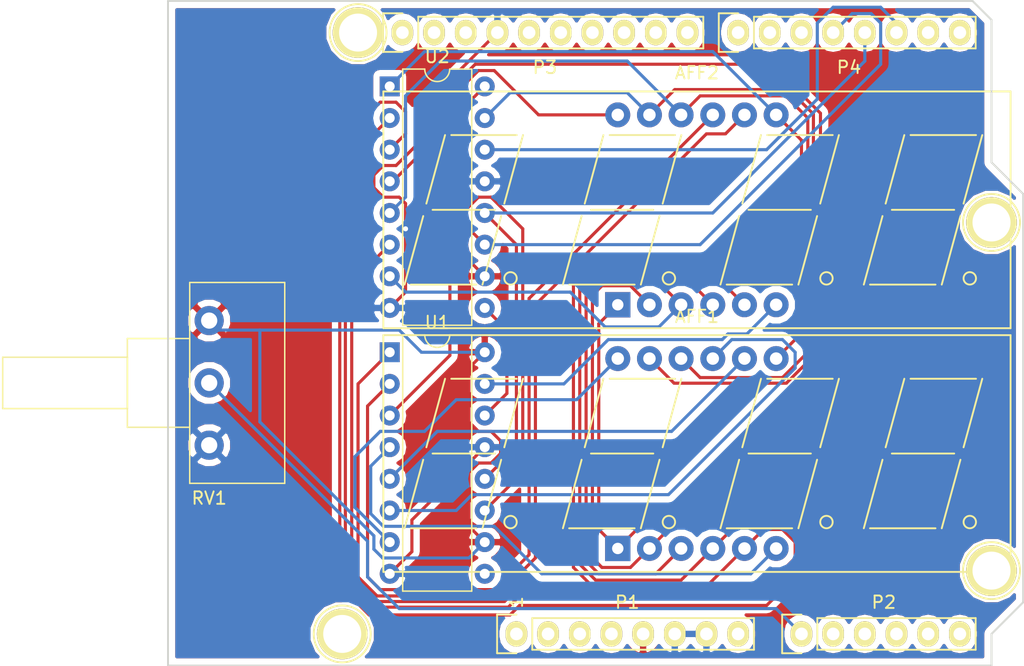
<source format=kicad_pcb>
(kicad_pcb (version 4) (host pcbnew 4.0.2-stable)

  (general
    (links 43)
    (no_connects 1)
    (area 110.922999 72.949999 179.653001 126.440001)
    (thickness 1.6)
    (drawings 27)
    (tracks 245)
    (zones 0)
    (modules 13)
    (nets 53)
  )

  (page A4)
  (title_block
    (date "lun. 30 mars 2015")
  )

  (layers
    (0 F.Cu signal)
    (31 B.Cu signal)
    (32 B.Adhes user)
    (33 F.Adhes user)
    (34 B.Paste user)
    (35 F.Paste user)
    (36 B.SilkS user)
    (37 F.SilkS user)
    (38 B.Mask user)
    (39 F.Mask user)
    (40 Dwgs.User user)
    (41 Cmts.User user)
    (42 Eco1.User user)
    (43 Eco2.User user)
    (44 Edge.Cuts user)
    (45 Margin user)
    (46 B.CrtYd user)
    (47 F.CrtYd user)
    (48 B.Fab user)
    (49 F.Fab user)
  )

  (setup
    (last_trace_width 0.25)
    (trace_clearance 0.2)
    (zone_clearance 0.508)
    (zone_45_only no)
    (trace_min 0.2)
    (segment_width 0.15)
    (edge_width 0.15)
    (via_size 0.6)
    (via_drill 0.4)
    (via_min_size 0.4)
    (via_min_drill 0.3)
    (uvia_size 0.3)
    (uvia_drill 0.1)
    (uvias_allowed no)
    (uvia_min_size 0.2)
    (uvia_min_drill 0.1)
    (pcb_text_width 0.3)
    (pcb_text_size 1.5 1.5)
    (mod_edge_width 0.15)
    (mod_text_size 1 1)
    (mod_text_width 0.15)
    (pad_size 4.064 4.064)
    (pad_drill 3.048)
    (pad_to_mask_clearance 0)
    (aux_axis_origin 110.998 126.365)
    (grid_origin 110.998 126.365)
    (visible_elements 7FFFFFFF)
    (pcbplotparams
      (layerselection 0x00030_80000001)
      (usegerberextensions false)
      (excludeedgelayer true)
      (linewidth 0.100000)
      (plotframeref false)
      (viasonmask false)
      (mode 1)
      (useauxorigin false)
      (hpglpennumber 1)
      (hpglpenspeed 20)
      (hpglpendiameter 15)
      (hpglpenoverlay 2)
      (psnegative false)
      (psa4output false)
      (plotreference true)
      (plotvalue true)
      (plotinvisibletext false)
      (padsonsilk false)
      (subtractmaskfromsilk false)
      (outputformat 1)
      (mirror false)
      (drillshape 1)
      (scaleselection 1)
      (outputdirectory ""))
  )

  (net 0 "")
  (net 1 /IOREF)
  (net 2 /Reset)
  (net 3 +5V)
  (net 4 GND)
  (net 5 /Vin)
  (net 6 /A0)
  (net 7 /A1)
  (net 8 /A2)
  (net 9 /A3)
  (net 10 /AREF)
  (net 11 "/A4(SDA)")
  (net 12 "/A5(SCL)")
  (net 13 "/9(**)")
  (net 14 /8)
  (net 15 /7)
  (net 16 "/6(**)")
  (net 17 "/5(**)")
  (net 18 /4)
  (net 19 "/3(**)")
  (net 20 /2)
  (net 21 "/1(Tx)")
  (net 22 "/0(Rx)")
  (net 23 "Net-(P5-Pad1)")
  (net 24 "Net-(P6-Pad1)")
  (net 25 "Net-(P7-Pad1)")
  (net 26 "Net-(P8-Pad1)")
  (net 27 "/13(SCK)")
  (net 28 "/10(**/SS)")
  (net 29 "Net-(P1-Pad1)")
  (net 30 +3V3)
  (net 31 "/12(MISO)")
  (net 32 "/11(**/MOSI)")
  (net 33 "Net-(AFF1-Pad1)")
  (net 34 "Net-(AFF1-Pad2)")
  (net 35 "Net-(AFF1-Pad3)")
  (net 36 "Net-(AFF1-Pad4)")
  (net 37 "Net-(AFF1-Pad5)")
  (net 38 "Net-(AFF1-Pad6)")
  (net 39 "Net-(AFF1-Pad9)")
  (net 40 "Net-(AFF1-Pad8)")
  (net 41 "Net-(AFF1-Pad12)")
  (net 42 "Net-(AFF1-Pad11)")
  (net 43 "Net-(AFF1-Pad7)")
  (net 44 "Net-(AFF1-Pad10)")
  (net 45 "Net-(AFF2-Pad6)")
  (net 46 "Net-(AFF2-Pad9)")
  (net 47 "Net-(AFF2-Pad8)")
  (net 48 "Net-(AFF2-Pad12)")
  (net 49 "/A5(SCL)2")
  (net 50 "/A4(SDA)2")
  (net 51 "Net-(U1-Pad9)")
  (net 52 "Net-(U1-Pad14)")

  (net_class Default "This is the default net class."
    (clearance 0.2)
    (trace_width 0.25)
    (via_dia 0.6)
    (via_drill 0.4)
    (uvia_dia 0.3)
    (uvia_drill 0.1)
    (add_net +3V3)
    (add_net +5V)
    (add_net "/0(Rx)")
    (add_net "/1(Tx)")
    (add_net "/10(**/SS)")
    (add_net "/11(**/MOSI)")
    (add_net "/12(MISO)")
    (add_net "/13(SCK)")
    (add_net /2)
    (add_net "/3(**)")
    (add_net /4)
    (add_net "/5(**)")
    (add_net "/6(**)")
    (add_net /7)
    (add_net /8)
    (add_net "/9(**)")
    (add_net /A0)
    (add_net /A1)
    (add_net /A2)
    (add_net /A3)
    (add_net "/A4(SDA)")
    (add_net "/A4(SDA)2")
    (add_net "/A5(SCL)")
    (add_net "/A5(SCL)2")
    (add_net /AREF)
    (add_net /IOREF)
    (add_net /Reset)
    (add_net /Vin)
    (add_net GND)
    (add_net "Net-(AFF1-Pad1)")
    (add_net "Net-(AFF1-Pad10)")
    (add_net "Net-(AFF1-Pad11)")
    (add_net "Net-(AFF1-Pad12)")
    (add_net "Net-(AFF1-Pad2)")
    (add_net "Net-(AFF1-Pad3)")
    (add_net "Net-(AFF1-Pad4)")
    (add_net "Net-(AFF1-Pad5)")
    (add_net "Net-(AFF1-Pad6)")
    (add_net "Net-(AFF1-Pad7)")
    (add_net "Net-(AFF1-Pad8)")
    (add_net "Net-(AFF1-Pad9)")
    (add_net "Net-(AFF2-Pad12)")
    (add_net "Net-(AFF2-Pad6)")
    (add_net "Net-(AFF2-Pad8)")
    (add_net "Net-(AFF2-Pad9)")
    (add_net "Net-(P1-Pad1)")
    (add_net "Net-(P5-Pad1)")
    (add_net "Net-(P6-Pad1)")
    (add_net "Net-(P7-Pad1)")
    (add_net "Net-(P8-Pad1)")
    (add_net "Net-(U1-Pad14)")
    (add_net "Net-(U1-Pad9)")
  )

  (module Socket_Arduino_Uno:Socket_Strip_Arduino_1x08 locked (layer F.Cu) (tedit 552168D2) (tstamp 551AF9EA)
    (at 138.938 123.825)
    (descr "Through hole socket strip")
    (tags "socket strip")
    (path /5517C2C1)
    (fp_text reference P1 (at 8.89 -2.54) (layer F.SilkS)
      (effects (font (size 1 1) (thickness 0.15)))
    )
    (fp_text value Power (at 8.89 -4.064) (layer F.Fab)
      (effects (font (size 1 1) (thickness 0.15)))
    )
    (fp_line (start -1.75 -1.75) (end -1.75 1.75) (layer F.CrtYd) (width 0.05))
    (fp_line (start 19.55 -1.75) (end 19.55 1.75) (layer F.CrtYd) (width 0.05))
    (fp_line (start -1.75 -1.75) (end 19.55 -1.75) (layer F.CrtYd) (width 0.05))
    (fp_line (start -1.75 1.75) (end 19.55 1.75) (layer F.CrtYd) (width 0.05))
    (fp_line (start 1.27 1.27) (end 19.05 1.27) (layer F.SilkS) (width 0.15))
    (fp_line (start 19.05 1.27) (end 19.05 -1.27) (layer F.SilkS) (width 0.15))
    (fp_line (start 19.05 -1.27) (end 1.27 -1.27) (layer F.SilkS) (width 0.15))
    (fp_line (start -1.55 1.55) (end 0 1.55) (layer F.SilkS) (width 0.15))
    (fp_line (start 1.27 1.27) (end 1.27 -1.27) (layer F.SilkS) (width 0.15))
    (fp_line (start 0 -1.55) (end -1.55 -1.55) (layer F.SilkS) (width 0.15))
    (fp_line (start -1.55 -1.55) (end -1.55 1.55) (layer F.SilkS) (width 0.15))
    (pad 1 thru_hole oval (at 0 0) (size 1.7272 2.032) (drill 1.016) (layers *.Cu *.Mask F.SilkS)
      (net 29 "Net-(P1-Pad1)"))
    (pad 2 thru_hole oval (at 2.54 0) (size 1.7272 2.032) (drill 1.016) (layers *.Cu *.Mask F.SilkS)
      (net 1 /IOREF))
    (pad 3 thru_hole oval (at 5.08 0) (size 1.7272 2.032) (drill 1.016) (layers *.Cu *.Mask F.SilkS)
      (net 2 /Reset))
    (pad 4 thru_hole oval (at 7.62 0) (size 1.7272 2.032) (drill 1.016) (layers *.Cu *.Mask F.SilkS)
      (net 30 +3V3))
    (pad 5 thru_hole oval (at 10.16 0) (size 1.7272 2.032) (drill 1.016) (layers *.Cu *.Mask F.SilkS)
      (net 3 +5V))
    (pad 6 thru_hole oval (at 12.7 0) (size 1.7272 2.032) (drill 1.016) (layers *.Cu *.Mask F.SilkS)
      (net 4 GND))
    (pad 7 thru_hole oval (at 15.24 0) (size 1.7272 2.032) (drill 1.016) (layers *.Cu *.Mask F.SilkS)
      (net 4 GND))
    (pad 8 thru_hole oval (at 17.78 0) (size 1.7272 2.032) (drill 1.016) (layers *.Cu *.Mask F.SilkS)
      (net 5 /Vin))
    (model ${KIPRJMOD}/Socket_Arduino_Uno.3dshapes/Socket_header_Arduino_1x08.wrl
      (at (xyz 0.35 0 0))
      (scale (xyz 1 1 1))
      (rotate (xyz 0 0 180))
    )
  )

  (module Socket_Arduino_Uno:Socket_Strip_Arduino_1x06 locked (layer F.Cu) (tedit 552168D6) (tstamp 551AF9FF)
    (at 161.798 123.825)
    (descr "Through hole socket strip")
    (tags "socket strip")
    (path /5517C323)
    (fp_text reference P2 (at 6.604 -2.54) (layer F.SilkS)
      (effects (font (size 1 1) (thickness 0.15)))
    )
    (fp_text value Analog (at 6.604 -4.064) (layer F.Fab)
      (effects (font (size 1 1) (thickness 0.15)))
    )
    (fp_line (start -1.75 -1.75) (end -1.75 1.75) (layer F.CrtYd) (width 0.05))
    (fp_line (start 14.45 -1.75) (end 14.45 1.75) (layer F.CrtYd) (width 0.05))
    (fp_line (start -1.75 -1.75) (end 14.45 -1.75) (layer F.CrtYd) (width 0.05))
    (fp_line (start -1.75 1.75) (end 14.45 1.75) (layer F.CrtYd) (width 0.05))
    (fp_line (start 1.27 1.27) (end 13.97 1.27) (layer F.SilkS) (width 0.15))
    (fp_line (start 13.97 1.27) (end 13.97 -1.27) (layer F.SilkS) (width 0.15))
    (fp_line (start 13.97 -1.27) (end 1.27 -1.27) (layer F.SilkS) (width 0.15))
    (fp_line (start -1.55 1.55) (end 0 1.55) (layer F.SilkS) (width 0.15))
    (fp_line (start 1.27 1.27) (end 1.27 -1.27) (layer F.SilkS) (width 0.15))
    (fp_line (start 0 -1.55) (end -1.55 -1.55) (layer F.SilkS) (width 0.15))
    (fp_line (start -1.55 -1.55) (end -1.55 1.55) (layer F.SilkS) (width 0.15))
    (pad 1 thru_hole oval (at 0 0) (size 1.7272 2.032) (drill 1.016) (layers *.Cu *.Mask F.SilkS)
      (net 6 /A0))
    (pad 2 thru_hole oval (at 2.54 0) (size 1.7272 2.032) (drill 1.016) (layers *.Cu *.Mask F.SilkS)
      (net 7 /A1))
    (pad 3 thru_hole oval (at 5.08 0) (size 1.7272 2.032) (drill 1.016) (layers *.Cu *.Mask F.SilkS)
      (net 8 /A2))
    (pad 4 thru_hole oval (at 7.62 0) (size 1.7272 2.032) (drill 1.016) (layers *.Cu *.Mask F.SilkS)
      (net 9 /A3))
    (pad 5 thru_hole oval (at 10.16 0) (size 1.7272 2.032) (drill 1.016) (layers *.Cu *.Mask F.SilkS)
      (net 11 "/A4(SDA)"))
    (pad 6 thru_hole oval (at 12.7 0) (size 1.7272 2.032) (drill 1.016) (layers *.Cu *.Mask F.SilkS)
      (net 12 "/A5(SCL)"))
    (model ${KIPRJMOD}/Socket_Arduino_Uno.3dshapes/Socket_header_Arduino_1x06.wrl
      (at (xyz 0.25 0 0))
      (scale (xyz 1 1 1))
      (rotate (xyz 0 0 180))
    )
  )

  (module Socket_Arduino_Uno:Socket_Strip_Arduino_1x10 locked (layer F.Cu) (tedit 552168BF) (tstamp 551AFA18)
    (at 129.794 75.565)
    (descr "Through hole socket strip")
    (tags "socket strip")
    (path /5517C46C)
    (fp_text reference P3 (at 11.43 2.794) (layer F.SilkS)
      (effects (font (size 1 1) (thickness 0.15)))
    )
    (fp_text value Digital (at 11.43 4.318) (layer F.Fab)
      (effects (font (size 1 1) (thickness 0.15)))
    )
    (fp_line (start -1.75 -1.75) (end -1.75 1.75) (layer F.CrtYd) (width 0.05))
    (fp_line (start 24.65 -1.75) (end 24.65 1.75) (layer F.CrtYd) (width 0.05))
    (fp_line (start -1.75 -1.75) (end 24.65 -1.75) (layer F.CrtYd) (width 0.05))
    (fp_line (start -1.75 1.75) (end 24.65 1.75) (layer F.CrtYd) (width 0.05))
    (fp_line (start 1.27 1.27) (end 24.13 1.27) (layer F.SilkS) (width 0.15))
    (fp_line (start 24.13 1.27) (end 24.13 -1.27) (layer F.SilkS) (width 0.15))
    (fp_line (start 24.13 -1.27) (end 1.27 -1.27) (layer F.SilkS) (width 0.15))
    (fp_line (start -1.55 1.55) (end 0 1.55) (layer F.SilkS) (width 0.15))
    (fp_line (start 1.27 1.27) (end 1.27 -1.27) (layer F.SilkS) (width 0.15))
    (fp_line (start 0 -1.55) (end -1.55 -1.55) (layer F.SilkS) (width 0.15))
    (fp_line (start -1.55 -1.55) (end -1.55 1.55) (layer F.SilkS) (width 0.15))
    (pad 1 thru_hole oval (at 0 0) (size 1.7272 2.032) (drill 1.016) (layers *.Cu *.Mask F.SilkS)
      (net 49 "/A5(SCL)2"))
    (pad 2 thru_hole oval (at 2.54 0) (size 1.7272 2.032) (drill 1.016) (layers *.Cu *.Mask F.SilkS)
      (net 50 "/A4(SDA)2"))
    (pad 3 thru_hole oval (at 5.08 0) (size 1.7272 2.032) (drill 1.016) (layers *.Cu *.Mask F.SilkS)
      (net 10 /AREF))
    (pad 4 thru_hole oval (at 7.62 0) (size 1.7272 2.032) (drill 1.016) (layers *.Cu *.Mask F.SilkS)
      (net 4 GND))
    (pad 5 thru_hole oval (at 10.16 0) (size 1.7272 2.032) (drill 1.016) (layers *.Cu *.Mask F.SilkS)
      (net 27 "/13(SCK)"))
    (pad 6 thru_hole oval (at 12.7 0) (size 1.7272 2.032) (drill 1.016) (layers *.Cu *.Mask F.SilkS)
      (net 31 "/12(MISO)"))
    (pad 7 thru_hole oval (at 15.24 0) (size 1.7272 2.032) (drill 1.016) (layers *.Cu *.Mask F.SilkS)
      (net 32 "/11(**/MOSI)"))
    (pad 8 thru_hole oval (at 17.78 0) (size 1.7272 2.032) (drill 1.016) (layers *.Cu *.Mask F.SilkS)
      (net 28 "/10(**/SS)"))
    (pad 9 thru_hole oval (at 20.32 0) (size 1.7272 2.032) (drill 1.016) (layers *.Cu *.Mask F.SilkS)
      (net 13 "/9(**)"))
    (pad 10 thru_hole oval (at 22.86 0) (size 1.7272 2.032) (drill 1.016) (layers *.Cu *.Mask F.SilkS)
      (net 14 /8))
    (model ${KIPRJMOD}/Socket_Arduino_Uno.3dshapes/Socket_header_Arduino_1x10.wrl
      (at (xyz 0.45 0 0))
      (scale (xyz 1 1 1))
      (rotate (xyz 0 0 180))
    )
  )

  (module Socket_Arduino_Uno:Socket_Strip_Arduino_1x08 locked (layer F.Cu) (tedit 552168C7) (tstamp 551AFA2F)
    (at 156.718 75.565)
    (descr "Through hole socket strip")
    (tags "socket strip")
    (path /5517C366)
    (fp_text reference P4 (at 8.89 2.794) (layer F.SilkS)
      (effects (font (size 1 1) (thickness 0.15)))
    )
    (fp_text value Digital (at 8.89 4.318) (layer F.Fab)
      (effects (font (size 1 1) (thickness 0.15)))
    )
    (fp_line (start -1.75 -1.75) (end -1.75 1.75) (layer F.CrtYd) (width 0.05))
    (fp_line (start 19.55 -1.75) (end 19.55 1.75) (layer F.CrtYd) (width 0.05))
    (fp_line (start -1.75 -1.75) (end 19.55 -1.75) (layer F.CrtYd) (width 0.05))
    (fp_line (start -1.75 1.75) (end 19.55 1.75) (layer F.CrtYd) (width 0.05))
    (fp_line (start 1.27 1.27) (end 19.05 1.27) (layer F.SilkS) (width 0.15))
    (fp_line (start 19.05 1.27) (end 19.05 -1.27) (layer F.SilkS) (width 0.15))
    (fp_line (start 19.05 -1.27) (end 1.27 -1.27) (layer F.SilkS) (width 0.15))
    (fp_line (start -1.55 1.55) (end 0 1.55) (layer F.SilkS) (width 0.15))
    (fp_line (start 1.27 1.27) (end 1.27 -1.27) (layer F.SilkS) (width 0.15))
    (fp_line (start 0 -1.55) (end -1.55 -1.55) (layer F.SilkS) (width 0.15))
    (fp_line (start -1.55 -1.55) (end -1.55 1.55) (layer F.SilkS) (width 0.15))
    (pad 1 thru_hole oval (at 0 0) (size 1.7272 2.032) (drill 1.016) (layers *.Cu *.Mask F.SilkS)
      (net 15 /7))
    (pad 2 thru_hole oval (at 2.54 0) (size 1.7272 2.032) (drill 1.016) (layers *.Cu *.Mask F.SilkS)
      (net 16 "/6(**)"))
    (pad 3 thru_hole oval (at 5.08 0) (size 1.7272 2.032) (drill 1.016) (layers *.Cu *.Mask F.SilkS)
      (net 17 "/5(**)"))
    (pad 4 thru_hole oval (at 7.62 0) (size 1.7272 2.032) (drill 1.016) (layers *.Cu *.Mask F.SilkS)
      (net 18 /4))
    (pad 5 thru_hole oval (at 10.16 0) (size 1.7272 2.032) (drill 1.016) (layers *.Cu *.Mask F.SilkS)
      (net 19 "/3(**)"))
    (pad 6 thru_hole oval (at 12.7 0) (size 1.7272 2.032) (drill 1.016) (layers *.Cu *.Mask F.SilkS)
      (net 20 /2))
    (pad 7 thru_hole oval (at 15.24 0) (size 1.7272 2.032) (drill 1.016) (layers *.Cu *.Mask F.SilkS)
      (net 21 "/1(Tx)"))
    (pad 8 thru_hole oval (at 17.78 0) (size 1.7272 2.032) (drill 1.016) (layers *.Cu *.Mask F.SilkS)
      (net 22 "/0(Rx)"))
    (model ${KIPRJMOD}/Socket_Arduino_Uno.3dshapes/Socket_header_Arduino_1x08.wrl
      (at (xyz 0.35 0 0))
      (scale (xyz 1 1 1))
      (rotate (xyz 0 0 180))
    )
  )

  (module Socket_Arduino_Uno:Arduino_1pin locked (layer F.Cu) (tedit 5524FC39) (tstamp 5524FC3F)
    (at 124.968 123.825)
    (descr "module 1 pin (ou trou mecanique de percage)")
    (tags DEV)
    (path /551BBC06)
    (fp_text reference P5 (at 0 -3.048) (layer F.SilkS) hide
      (effects (font (size 1 1) (thickness 0.15)))
    )
    (fp_text value CONN_1 (at 0 2.794) (layer F.Fab) hide
      (effects (font (size 1 1) (thickness 0.15)))
    )
    (fp_circle (center 0 0) (end 0 -2.286) (layer F.SilkS) (width 0.15))
    (pad 1 thru_hole circle (at 0 0) (size 4.064 4.064) (drill 3.048) (layers *.Cu *.Mask F.SilkS)
      (net 23 "Net-(P5-Pad1)"))
  )

  (module Socket_Arduino_Uno:Arduino_1pin locked (layer F.Cu) (tedit 5524FC4A) (tstamp 5524FC44)
    (at 177.038 118.745)
    (descr "module 1 pin (ou trou mecanique de percage)")
    (tags DEV)
    (path /551BBD10)
    (fp_text reference P6 (at 0 -3.048) (layer F.SilkS) hide
      (effects (font (size 1 1) (thickness 0.15)))
    )
    (fp_text value CONN_1 (at 0 2.794) (layer F.Fab) hide
      (effects (font (size 1 1) (thickness 0.15)))
    )
    (fp_circle (center 0 0) (end 0 -2.286) (layer F.SilkS) (width 0.15))
    (pad 1 thru_hole circle (at 0 0) (size 4.064 4.064) (drill 3.048) (layers *.Cu *.Mask F.SilkS)
      (net 24 "Net-(P6-Pad1)"))
  )

  (module Socket_Arduino_Uno:Arduino_1pin locked (layer F.Cu) (tedit 5524FC2F) (tstamp 5524FC49)
    (at 126.238 75.565)
    (descr "module 1 pin (ou trou mecanique de percage)")
    (tags DEV)
    (path /551BBD30)
    (fp_text reference P7 (at 0 -3.048) (layer F.SilkS) hide
      (effects (font (size 1 1) (thickness 0.15)))
    )
    (fp_text value CONN_1 (at 0 2.794) (layer F.Fab) hide
      (effects (font (size 1 1) (thickness 0.15)))
    )
    (fp_circle (center 0 0) (end 0 -2.286) (layer F.SilkS) (width 0.15))
    (pad 1 thru_hole circle (at 0 0) (size 4.064 4.064) (drill 3.048) (layers *.Cu *.Mask F.SilkS)
      (net 25 "Net-(P7-Pad1)"))
  )

  (module Socket_Arduino_Uno:Arduino_1pin locked (layer F.Cu) (tedit 5524FC41) (tstamp 5524FC4E)
    (at 177.038 90.805)
    (descr "module 1 pin (ou trou mecanique de percage)")
    (tags DEV)
    (path /551BBD52)
    (fp_text reference P8 (at 0 -3.048) (layer F.SilkS) hide
      (effects (font (size 1 1) (thickness 0.15)))
    )
    (fp_text value CONN_1 (at 0 2.794) (layer F.Fab) hide
      (effects (font (size 1 1) (thickness 0.15)))
    )
    (fp_circle (center 0 0) (end 0 -2.286) (layer F.SilkS) (width 0.15))
    (pad 1 thru_hole circle (at 0 0) (size 4.064 4.064) (drill 3.048) (layers *.Cu *.Mask F.SilkS)
      (net 26 "Net-(P8-Pad1)"))
  )

  (module Displays_7-Segment:Cx56-12 (layer F.Cu) (tedit 557ED01E) (tstamp 58A9F186)
    (at 147.066 116.967)
    (descr "4x7-segments, 14 mm, Kingbright CA56-12 and CC56-12 displays")
    (tags "7-segments display")
    (path /58AA01C8)
    (fp_text reference AFF1 (at 6.35 -18.62) (layer F.SilkS)
      (effects (font (size 1 1) (thickness 0.15)))
    )
    (fp_text value CA56-12 (at 6.35 3.38) (layer F.Fab)
      (effects (font (size 1 1) (thickness 0.15)))
    )
    (fp_line (start 31.75 2.15) (end -19.05 2.15) (layer F.CrtYd) (width 0.05))
    (fp_line (start 31.75 -17.35) (end 31.75 2.15) (layer F.CrtYd) (width 0.05))
    (fp_line (start -19.05 -17.35) (end 31.75 -17.35) (layer F.CrtYd) (width 0.05))
    (fp_line (start -19.05 2.15) (end -19.05 -17.35) (layer F.CrtYd) (width 0.05))
    (fp_line (start 31.5 1.88) (end -18.8 1.88) (layer F.SilkS) (width 0.15))
    (fp_line (start -18.8 1.88) (end -18.8 -17.12) (layer F.SilkS) (width 0.15))
    (fp_line (start -18.8 -17.12) (end 31.5 -17.12) (layer F.SilkS) (width 0.15))
    (fp_line (start 31.5 -17.12) (end 31.5 1.88) (layer F.SilkS) (width 0.15))
    (fp_line (start 21.98 -7.62) (end 26.98 -7.62) (layer F.SilkS) (width 0.15))
    (fp_line (start 20.23 -1.62) (end 25.48 -1.62) (layer F.SilkS) (width 0.15))
    (fp_line (start 27.73 -8.12) (end 29.23 -13.62) (layer F.SilkS) (width 0.15))
    (fp_line (start 25.98 -1.62) (end 27.48 -7.12) (layer F.SilkS) (width 0.15))
    (fp_line (start 21.48 -8.12) (end 22.98 -13.62) (layer F.SilkS) (width 0.15))
    (fp_line (start 19.73 -1.62) (end 21.23 -7.12) (layer F.SilkS) (width 0.15))
    (fp_line (start 23.48 -13.62) (end 28.73 -13.62) (layer F.SilkS) (width 0.15))
    (fp_line (start -14.85 -7.62) (end -9.85 -7.62) (layer F.SilkS) (width 0.15))
    (fp_line (start -16.6 -1.62) (end -11.35 -1.62) (layer F.SilkS) (width 0.15))
    (fp_line (start -9.1 -8.12) (end -7.6 -13.62) (layer F.SilkS) (width 0.15))
    (fp_line (start -10.85 -1.62) (end -9.35 -7.12) (layer F.SilkS) (width 0.15))
    (fp_line (start -15.35 -8.12) (end -13.85 -13.62) (layer F.SilkS) (width 0.15))
    (fp_line (start -17.1 -1.62) (end -15.6 -7.12) (layer F.SilkS) (width 0.15))
    (fp_line (start -13.35 -13.62) (end -8.1 -13.62) (layer F.SilkS) (width 0.15))
    (fp_line (start -0.65 -13.62) (end 4.6 -13.62) (layer F.SilkS) (width 0.15))
    (fp_line (start -4.4 -1.62) (end -2.9 -7.12) (layer F.SilkS) (width 0.15))
    (fp_line (start -2.65 -8.12) (end -1.15 -13.62) (layer F.SilkS) (width 0.15))
    (fp_line (start 1.85 -1.62) (end 3.35 -7.12) (layer F.SilkS) (width 0.15))
    (fp_line (start 3.6 -8.12) (end 5.1 -13.62) (layer F.SilkS) (width 0.15))
    (fp_line (start -3.9 -1.62) (end 1.35 -1.62) (layer F.SilkS) (width 0.15))
    (fp_line (start -2.15 -7.62) (end 2.85 -7.62) (layer F.SilkS) (width 0.15))
    (fp_line (start 16.235 -8.12) (end 17.735 -13.62) (layer F.SilkS) (width 0.15))
    (fp_line (start 11.985 -13.62) (end 17.235 -13.62) (layer F.SilkS) (width 0.15))
    (fp_line (start 9.985 -8.12) (end 11.485 -13.62) (layer F.SilkS) (width 0.15))
    (fp_line (start 10.485 -7.62) (end 15.485 -7.62) (layer F.SilkS) (width 0.15))
    (fp_line (start 8.735 -1.62) (end 13.985 -1.62) (layer F.SilkS) (width 0.15))
    (fp_line (start 8.235 -1.62) (end 9.735 -7.12) (layer F.SilkS) (width 0.15))
    (fp_line (start 14.485 -1.62) (end 15.985 -7.12) (layer F.SilkS) (width 0.15))
    (fp_circle (center 28.23 -2.12) (end 28.23 -1.62) (layer F.SilkS) (width 0.15))
    (fp_circle (center -8.6 -2.12) (end -8.6 -1.62) (layer F.SilkS) (width 0.15))
    (fp_circle (center 16.735 -2.12) (end 16.735 -1.62) (layer F.SilkS) (width 0.15))
    (fp_circle (center 4.1 -2.12) (end 4.1 -1.62) (layer F.SilkS) (width 0.15))
    (pad 1 thru_hole rect (at 0 0) (size 2.032 2.032) (drill 0.9144) (layers *.Cu *.Mask)
      (net 33 "Net-(AFF1-Pad1)"))
    (pad 2 thru_hole circle (at 2.54 0) (size 2 2) (drill 1) (layers *.Cu *.Mask)
      (net 34 "Net-(AFF1-Pad2)"))
    (pad 3 thru_hole circle (at 5.08 0) (size 2 2) (drill 1) (layers *.Cu *.Mask)
      (net 35 "Net-(AFF1-Pad3)"))
    (pad 4 thru_hole circle (at 7.62 0) (size 2 2) (drill 1) (layers *.Cu *.Mask)
      (net 36 "Net-(AFF1-Pad4)"))
    (pad 5 thru_hole circle (at 10.16 0) (size 2 2) (drill 1) (layers *.Cu *.Mask)
      (net 37 "Net-(AFF1-Pad5)"))
    (pad 6 thru_hole circle (at 12.7 0) (size 2 2) (drill 1) (layers *.Cu *.Mask)
      (net 38 "Net-(AFF1-Pad6)"))
    (pad 9 thru_hole circle (at 7.62 -15.24) (size 2 2) (drill 1) (layers *.Cu *.Mask)
      (net 39 "Net-(AFF1-Pad9)"))
    (pad 8 thru_hole circle (at 10.16 -15.24) (size 2 2) (drill 1) (layers *.Cu *.Mask)
      (net 40 "Net-(AFF1-Pad8)"))
    (pad 12 thru_hole circle (at 0 -15.24) (size 2 2) (drill 1) (layers *.Cu *.Mask)
      (net 41 "Net-(AFF1-Pad12)"))
    (pad 11 thru_hole circle (at 2.54 -15.24) (size 2 2) (drill 1) (layers *.Cu *.Mask)
      (net 42 "Net-(AFF1-Pad11)"))
    (pad 7 thru_hole circle (at 12.7 -15.24) (size 2 2) (drill 1) (layers *.Cu *.Mask)
      (net 43 "Net-(AFF1-Pad7)"))
    (pad 10 thru_hole circle (at 5.08 -15.24) (size 2 2) (drill 1) (layers *.Cu *.Mask)
      (net 44 "Net-(AFF1-Pad10)"))
    (model Displays_7-Segment.3dshapes/Cx56-12.wrl
      (at (xyz 0.254 0.3 0.03937))
      (scale (xyz 0.393701 0.393701 0.393701))
      (rotate (xyz 0 0 0))
    )
  )

  (module Displays_7-Segment:Cx56-12 (layer F.Cu) (tedit 557ED01E) (tstamp 58A9F196)
    (at 147.066 97.409)
    (descr "4x7-segments, 14 mm, Kingbright CA56-12 and CC56-12 displays")
    (tags "7-segments display")
    (path /58AA02D3)
    (fp_text reference AFF2 (at 6.35 -18.62) (layer F.SilkS)
      (effects (font (size 1 1) (thickness 0.15)))
    )
    (fp_text value CA56-12 (at 6.35 3.38) (layer F.Fab)
      (effects (font (size 1 1) (thickness 0.15)))
    )
    (fp_line (start 31.75 2.15) (end -19.05 2.15) (layer F.CrtYd) (width 0.05))
    (fp_line (start 31.75 -17.35) (end 31.75 2.15) (layer F.CrtYd) (width 0.05))
    (fp_line (start -19.05 -17.35) (end 31.75 -17.35) (layer F.CrtYd) (width 0.05))
    (fp_line (start -19.05 2.15) (end -19.05 -17.35) (layer F.CrtYd) (width 0.05))
    (fp_line (start 31.5 1.88) (end -18.8 1.88) (layer F.SilkS) (width 0.15))
    (fp_line (start -18.8 1.88) (end -18.8 -17.12) (layer F.SilkS) (width 0.15))
    (fp_line (start -18.8 -17.12) (end 31.5 -17.12) (layer F.SilkS) (width 0.15))
    (fp_line (start 31.5 -17.12) (end 31.5 1.88) (layer F.SilkS) (width 0.15))
    (fp_line (start 21.98 -7.62) (end 26.98 -7.62) (layer F.SilkS) (width 0.15))
    (fp_line (start 20.23 -1.62) (end 25.48 -1.62) (layer F.SilkS) (width 0.15))
    (fp_line (start 27.73 -8.12) (end 29.23 -13.62) (layer F.SilkS) (width 0.15))
    (fp_line (start 25.98 -1.62) (end 27.48 -7.12) (layer F.SilkS) (width 0.15))
    (fp_line (start 21.48 -8.12) (end 22.98 -13.62) (layer F.SilkS) (width 0.15))
    (fp_line (start 19.73 -1.62) (end 21.23 -7.12) (layer F.SilkS) (width 0.15))
    (fp_line (start 23.48 -13.62) (end 28.73 -13.62) (layer F.SilkS) (width 0.15))
    (fp_line (start -14.85 -7.62) (end -9.85 -7.62) (layer F.SilkS) (width 0.15))
    (fp_line (start -16.6 -1.62) (end -11.35 -1.62) (layer F.SilkS) (width 0.15))
    (fp_line (start -9.1 -8.12) (end -7.6 -13.62) (layer F.SilkS) (width 0.15))
    (fp_line (start -10.85 -1.62) (end -9.35 -7.12) (layer F.SilkS) (width 0.15))
    (fp_line (start -15.35 -8.12) (end -13.85 -13.62) (layer F.SilkS) (width 0.15))
    (fp_line (start -17.1 -1.62) (end -15.6 -7.12) (layer F.SilkS) (width 0.15))
    (fp_line (start -13.35 -13.62) (end -8.1 -13.62) (layer F.SilkS) (width 0.15))
    (fp_line (start -0.65 -13.62) (end 4.6 -13.62) (layer F.SilkS) (width 0.15))
    (fp_line (start -4.4 -1.62) (end -2.9 -7.12) (layer F.SilkS) (width 0.15))
    (fp_line (start -2.65 -8.12) (end -1.15 -13.62) (layer F.SilkS) (width 0.15))
    (fp_line (start 1.85 -1.62) (end 3.35 -7.12) (layer F.SilkS) (width 0.15))
    (fp_line (start 3.6 -8.12) (end 5.1 -13.62) (layer F.SilkS) (width 0.15))
    (fp_line (start -3.9 -1.62) (end 1.35 -1.62) (layer F.SilkS) (width 0.15))
    (fp_line (start -2.15 -7.62) (end 2.85 -7.62) (layer F.SilkS) (width 0.15))
    (fp_line (start 16.235 -8.12) (end 17.735 -13.62) (layer F.SilkS) (width 0.15))
    (fp_line (start 11.985 -13.62) (end 17.235 -13.62) (layer F.SilkS) (width 0.15))
    (fp_line (start 9.985 -8.12) (end 11.485 -13.62) (layer F.SilkS) (width 0.15))
    (fp_line (start 10.485 -7.62) (end 15.485 -7.62) (layer F.SilkS) (width 0.15))
    (fp_line (start 8.735 -1.62) (end 13.985 -1.62) (layer F.SilkS) (width 0.15))
    (fp_line (start 8.235 -1.62) (end 9.735 -7.12) (layer F.SilkS) (width 0.15))
    (fp_line (start 14.485 -1.62) (end 15.985 -7.12) (layer F.SilkS) (width 0.15))
    (fp_circle (center 28.23 -2.12) (end 28.23 -1.62) (layer F.SilkS) (width 0.15))
    (fp_circle (center -8.6 -2.12) (end -8.6 -1.62) (layer F.SilkS) (width 0.15))
    (fp_circle (center 16.735 -2.12) (end 16.735 -1.62) (layer F.SilkS) (width 0.15))
    (fp_circle (center 4.1 -2.12) (end 4.1 -1.62) (layer F.SilkS) (width 0.15))
    (pad 1 thru_hole rect (at 0 0) (size 2.032 2.032) (drill 0.9144) (layers *.Cu *.Mask)
      (net 33 "Net-(AFF1-Pad1)"))
    (pad 2 thru_hole circle (at 2.54 0) (size 2 2) (drill 1) (layers *.Cu *.Mask)
      (net 34 "Net-(AFF1-Pad2)"))
    (pad 3 thru_hole circle (at 5.08 0) (size 2 2) (drill 1) (layers *.Cu *.Mask)
      (net 35 "Net-(AFF1-Pad3)"))
    (pad 4 thru_hole circle (at 7.62 0) (size 2 2) (drill 1) (layers *.Cu *.Mask)
      (net 36 "Net-(AFF1-Pad4)"))
    (pad 5 thru_hole circle (at 10.16 0) (size 2 2) (drill 1) (layers *.Cu *.Mask)
      (net 37 "Net-(AFF1-Pad5)"))
    (pad 6 thru_hole circle (at 12.7 0) (size 2 2) (drill 1) (layers *.Cu *.Mask)
      (net 45 "Net-(AFF2-Pad6)"))
    (pad 9 thru_hole circle (at 7.62 -15.24) (size 2 2) (drill 1) (layers *.Cu *.Mask)
      (net 46 "Net-(AFF2-Pad9)"))
    (pad 8 thru_hole circle (at 10.16 -15.24) (size 2 2) (drill 1) (layers *.Cu *.Mask)
      (net 47 "Net-(AFF2-Pad8)"))
    (pad 12 thru_hole circle (at 0 -15.24) (size 2 2) (drill 1) (layers *.Cu *.Mask)
      (net 48 "Net-(AFF2-Pad12)"))
    (pad 11 thru_hole circle (at 2.54 -15.24) (size 2 2) (drill 1) (layers *.Cu *.Mask)
      (net 42 "Net-(AFF1-Pad11)"))
    (pad 7 thru_hole circle (at 12.7 -15.24) (size 2 2) (drill 1) (layers *.Cu *.Mask)
      (net 43 "Net-(AFF1-Pad7)"))
    (pad 10 thru_hole circle (at 5.08 -15.24) (size 2 2) (drill 1) (layers *.Cu *.Mask)
      (net 44 "Net-(AFF1-Pad10)"))
    (model Displays_7-Segment.3dshapes/Cx56-12.wrl
      (at (xyz 0.254 0.3 0.03937))
      (scale (xyz 0.393701 0.393701 0.393701))
      (rotate (xyz 0 0 0))
    )
  )

  (module Potentiometers:Potentiometer_Piher_T16H_Single_Vertical (layer F.Cu) (tedit 58826B08) (tstamp 58A9F19D)
    (at 114.3 98.679 180)
    (descr "Potentiometer, vertically mounted, Omeg PC16PU, Omeg PC16PU, Omeg PC16PU, Vishay/Spectrol 248GJ/249GJ Single, Vishay/Spectrol 248GJ/249GJ Single, Vishay/Spectrol 248GJ/249GJ Single, Vishay/Spectrol 248GH/249GH Single, Vishay/Spectrol 148/149 Single, Vishay/Spectrol 148/149 Single, Vishay/Spectrol 148/149 Single, Vishay/Spectrol 148A/149A Single with mounting plates, Vishay/Spectrol 148/149 Double, Vishay/Spectrol 148A/149A Double with mounting plates, Piher PC-16 Single, Piher PC-16 Single, Piher PC-16 Single, Piher PC-16SV Single, Piher PC-16 Double, Piher PC-16 Triple, Piher T16H Single, http://www.piher-nacesa.com/pdf/22-T16v03.pdf")
    (tags "Potentiometer vertical  Omeg PC16PU  Omeg PC16PU  Omeg PC16PU  Vishay/Spectrol 248GJ/249GJ Single  Vishay/Spectrol 248GJ/249GJ Single  Vishay/Spectrol 248GJ/249GJ Single  Vishay/Spectrol 248GH/249GH Single  Vishay/Spectrol 148/149 Single  Vishay/Spectrol 148/149 Single  Vishay/Spectrol 148/149 Single  Vishay/Spectrol 148A/149A Single with mounting plates  Vishay/Spectrol 148/149 Double  Vishay/Spectrol 148A/149A Double with mounting plates  Piher PC-16 Single  Piher PC-16 Single  Piher PC-16 Single  Piher PC-16SV Single  Piher PC-16 Double  Piher PC-16 Triple  Piher T16H Single")
    (path /58AA6461)
    (fp_text reference RV1 (at 0 -14.25 180) (layer F.SilkS)
      (effects (font (size 1 1) (thickness 0.15)))
    )
    (fp_text value POT (at 0 4.25 180) (layer F.Fab)
      (effects (font (size 1 1) (thickness 0.15)))
    )
    (fp_line (start -6 -13) (end -6 3) (layer F.Fab) (width 0.1))
    (fp_line (start -6 3) (end 1.5 3) (layer F.Fab) (width 0.1))
    (fp_line (start 1.5 3) (end 1.5 -13) (layer F.Fab) (width 0.1))
    (fp_line (start 1.5 -13) (end -6 -13) (layer F.Fab) (width 0.1))
    (fp_line (start 1.5 -8.5) (end 1.5 -1.5) (layer F.Fab) (width 0.1))
    (fp_line (start 1.5 -1.5) (end 6.5 -1.5) (layer F.Fab) (width 0.1))
    (fp_line (start 6.5 -1.5) (end 6.5 -8.5) (layer F.Fab) (width 0.1))
    (fp_line (start 6.5 -8.5) (end 1.5 -8.5) (layer F.Fab) (width 0.1))
    (fp_line (start 6.5 -7) (end 6.5 -3) (layer F.Fab) (width 0.1))
    (fp_line (start 6.5 -3) (end 16.5 -3) (layer F.Fab) (width 0.1))
    (fp_line (start 16.5 -3) (end 16.5 -7) (layer F.Fab) (width 0.1))
    (fp_line (start 16.5 -7) (end 6.5 -7) (layer F.Fab) (width 0.1))
    (fp_line (start -6.06 -13.06) (end 1.561 -13.06) (layer F.SilkS) (width 0.12))
    (fp_line (start -6.06 3.06) (end 1.561 3.06) (layer F.SilkS) (width 0.12))
    (fp_line (start -6.06 -13.06) (end -6.06 3.06) (layer F.SilkS) (width 0.12))
    (fp_line (start 1.561 -13.06) (end 1.561 3.06) (layer F.SilkS) (width 0.12))
    (fp_line (start 1.561 -8.56) (end 6.56 -8.56) (layer F.SilkS) (width 0.12))
    (fp_line (start 1.561 -1.44) (end 6.56 -1.44) (layer F.SilkS) (width 0.12))
    (fp_line (start 1.561 -8.56) (end 1.561 -1.44) (layer F.SilkS) (width 0.12))
    (fp_line (start 6.56 -8.56) (end 6.56 -1.44) (layer F.SilkS) (width 0.12))
    (fp_line (start 6.56 -7.06) (end 16.561 -7.06) (layer F.SilkS) (width 0.12))
    (fp_line (start 6.56 -2.94) (end 16.561 -2.94) (layer F.SilkS) (width 0.12))
    (fp_line (start 6.56 -7.06) (end 6.56 -2.94) (layer F.SilkS) (width 0.12))
    (fp_line (start 16.561 -7.06) (end 16.561 -2.94) (layer F.SilkS) (width 0.12))
    (fp_line (start -6.25 -13.25) (end -6.25 3.25) (layer F.CrtYd) (width 0.05))
    (fp_line (start -6.25 3.25) (end 16.75 3.25) (layer F.CrtYd) (width 0.05))
    (fp_line (start 16.75 3.25) (end 16.75 -13.25) (layer F.CrtYd) (width 0.05))
    (fp_line (start 16.75 -13.25) (end -6.25 -13.25) (layer F.CrtYd) (width 0.05))
    (pad 3 thru_hole circle (at 0 -10 180) (size 2.34 2.34) (drill 1.3) (layers *.Cu *.Mask)
      (net 4 GND))
    (pad 2 thru_hole circle (at 0 -5 180) (size 2.34 2.34) (drill 1.3) (layers *.Cu *.Mask)
      (net 6 /A0))
    (pad 1 thru_hole circle (at 0 0 180) (size 2.34 2.34) (drill 1.3) (layers *.Cu *.Mask)
      (net 3 +5V))
    (model Potentiometers.3dshapes/Potentiometer_Piher_T16H_Single_Vertical.wrl
      (at (xyz 0 0 0))
      (scale (xyz 0.393701 0.393701 0.393701))
      (rotate (xyz 0 0 0))
    )
  )

  (module Housings_DIP:DIP-16_W7.62mm (layer F.Cu) (tedit 586281B4) (tstamp 58A9F1B1)
    (at 128.778 101.219)
    (descr "16-lead dip package, row spacing 7.62 mm (300 mils)")
    (tags "DIL DIP PDIP 2.54mm 7.62mm 300mil")
    (path /58AA055C)
    (fp_text reference U1 (at 3.81 -2.39) (layer F.SilkS)
      (effects (font (size 1 1) (thickness 0.15)))
    )
    (fp_text value 74HC595 (at 3.81 20.17) (layer F.Fab)
      (effects (font (size 1 1) (thickness 0.15)))
    )
    (fp_arc (start 3.81 -1.39) (end 2.81 -1.39) (angle -180) (layer F.SilkS) (width 0.12))
    (fp_line (start 1.635 -1.27) (end 6.985 -1.27) (layer F.Fab) (width 0.1))
    (fp_line (start 6.985 -1.27) (end 6.985 19.05) (layer F.Fab) (width 0.1))
    (fp_line (start 6.985 19.05) (end 0.635 19.05) (layer F.Fab) (width 0.1))
    (fp_line (start 0.635 19.05) (end 0.635 -0.27) (layer F.Fab) (width 0.1))
    (fp_line (start 0.635 -0.27) (end 1.635 -1.27) (layer F.Fab) (width 0.1))
    (fp_line (start 2.81 -1.39) (end 1.04 -1.39) (layer F.SilkS) (width 0.12))
    (fp_line (start 1.04 -1.39) (end 1.04 19.17) (layer F.SilkS) (width 0.12))
    (fp_line (start 1.04 19.17) (end 6.58 19.17) (layer F.SilkS) (width 0.12))
    (fp_line (start 6.58 19.17) (end 6.58 -1.39) (layer F.SilkS) (width 0.12))
    (fp_line (start 6.58 -1.39) (end 4.81 -1.39) (layer F.SilkS) (width 0.12))
    (fp_line (start -1.1 -1.6) (end -1.1 19.3) (layer F.CrtYd) (width 0.05))
    (fp_line (start -1.1 19.3) (end 8.7 19.3) (layer F.CrtYd) (width 0.05))
    (fp_line (start 8.7 19.3) (end 8.7 -1.6) (layer F.CrtYd) (width 0.05))
    (fp_line (start 8.7 -1.6) (end -1.1 -1.6) (layer F.CrtYd) (width 0.05))
    (pad 1 thru_hole rect (at 0 0) (size 1.6 1.6) (drill 0.8) (layers *.Cu *.Mask)
      (net 47 "Net-(AFF2-Pad8)"))
    (pad 9 thru_hole oval (at 7.62 17.78) (size 1.6 1.6) (drill 0.8) (layers *.Cu *.Mask)
      (net 51 "Net-(U1-Pad9)"))
    (pad 2 thru_hole oval (at 0 2.54) (size 1.6 1.6) (drill 0.8) (layers *.Cu *.Mask)
      (net 46 "Net-(AFF2-Pad9)"))
    (pad 10 thru_hole oval (at 7.62 15.24) (size 1.6 1.6) (drill 0.8) (layers *.Cu *.Mask)
      (net 3 +5V))
    (pad 3 thru_hole oval (at 0 5.08) (size 1.6 1.6) (drill 0.8) (layers *.Cu *.Mask)
      (net 48 "Net-(AFF2-Pad12)"))
    (pad 11 thru_hole oval (at 7.62 12.7) (size 1.6 1.6) (drill 0.8) (layers *.Cu *.Mask)
      (net 18 /4))
    (pad 4 thru_hole oval (at 0 7.62) (size 1.6 1.6) (drill 0.8) (layers *.Cu *.Mask)
      (net 38 "Net-(AFF1-Pad6)"))
    (pad 12 thru_hole oval (at 7.62 10.16) (size 1.6 1.6) (drill 0.8) (layers *.Cu *.Mask)
      (net 19 "/3(**)"))
    (pad 5 thru_hole oval (at 0 10.16) (size 1.6 1.6) (drill 0.8) (layers *.Cu *.Mask)
      (net 40 "Net-(AFF1-Pad8)"))
    (pad 13 thru_hole oval (at 7.62 7.62) (size 1.6 1.6) (drill 0.8) (layers *.Cu *.Mask)
      (net 4 GND))
    (pad 6 thru_hole oval (at 0 12.7) (size 1.6 1.6) (drill 0.8) (layers *.Cu *.Mask)
      (net 39 "Net-(AFF1-Pad9)"))
    (pad 14 thru_hole oval (at 7.62 5.08) (size 1.6 1.6) (drill 0.8) (layers *.Cu *.Mask)
      (net 52 "Net-(U1-Pad14)"))
    (pad 7 thru_hole oval (at 0 15.24) (size 1.6 1.6) (drill 0.8) (layers *.Cu *.Mask)
      (net 41 "Net-(AFF1-Pad12)"))
    (pad 15 thru_hole oval (at 7.62 2.54) (size 1.6 1.6) (drill 0.8) (layers *.Cu *.Mask)
      (net 45 "Net-(AFF2-Pad6)"))
    (pad 8 thru_hole oval (at 0 17.78) (size 1.6 1.6) (drill 0.8) (layers *.Cu *.Mask)
      (net 4 GND))
    (pad 16 thru_hole oval (at 7.62 0) (size 1.6 1.6) (drill 0.8) (layers *.Cu *.Mask)
      (net 3 +5V))
    (model Housings_DIP.3dshapes/DIP-16_W7.62mm.wrl
      (at (xyz 0 0 0))
      (scale (xyz 1 1 1))
      (rotate (xyz 0 0 0))
    )
  )

  (module Housings_DIP:DIP-16_W7.62mm (layer F.Cu) (tedit 586281B4) (tstamp 58A9F1C5)
    (at 128.778 79.883)
    (descr "16-lead dip package, row spacing 7.62 mm (300 mils)")
    (tags "DIL DIP PDIP 2.54mm 7.62mm 300mil")
    (path /58AA064D)
    (fp_text reference U2 (at 3.81 -2.39) (layer F.SilkS)
      (effects (font (size 1 1) (thickness 0.15)))
    )
    (fp_text value 74HC595 (at 3.81 20.17) (layer F.Fab)
      (effects (font (size 1 1) (thickness 0.15)))
    )
    (fp_arc (start 3.81 -1.39) (end 2.81 -1.39) (angle -180) (layer F.SilkS) (width 0.12))
    (fp_line (start 1.635 -1.27) (end 6.985 -1.27) (layer F.Fab) (width 0.1))
    (fp_line (start 6.985 -1.27) (end 6.985 19.05) (layer F.Fab) (width 0.1))
    (fp_line (start 6.985 19.05) (end 0.635 19.05) (layer F.Fab) (width 0.1))
    (fp_line (start 0.635 19.05) (end 0.635 -0.27) (layer F.Fab) (width 0.1))
    (fp_line (start 0.635 -0.27) (end 1.635 -1.27) (layer F.Fab) (width 0.1))
    (fp_line (start 2.81 -1.39) (end 1.04 -1.39) (layer F.SilkS) (width 0.12))
    (fp_line (start 1.04 -1.39) (end 1.04 19.17) (layer F.SilkS) (width 0.12))
    (fp_line (start 1.04 19.17) (end 6.58 19.17) (layer F.SilkS) (width 0.12))
    (fp_line (start 6.58 19.17) (end 6.58 -1.39) (layer F.SilkS) (width 0.12))
    (fp_line (start 6.58 -1.39) (end 4.81 -1.39) (layer F.SilkS) (width 0.12))
    (fp_line (start -1.1 -1.6) (end -1.1 19.3) (layer F.CrtYd) (width 0.05))
    (fp_line (start -1.1 19.3) (end 8.7 19.3) (layer F.CrtYd) (width 0.05))
    (fp_line (start 8.7 19.3) (end 8.7 -1.6) (layer F.CrtYd) (width 0.05))
    (fp_line (start 8.7 -1.6) (end -1.1 -1.6) (layer F.CrtYd) (width 0.05))
    (pad 1 thru_hole rect (at 0 0) (size 1.6 1.6) (drill 0.8) (layers *.Cu *.Mask)
      (net 43 "Net-(AFF1-Pad7)"))
    (pad 9 thru_hole oval (at 7.62 17.78) (size 1.6 1.6) (drill 0.8) (layers *.Cu *.Mask)
      (net 52 "Net-(U1-Pad14)"))
    (pad 2 thru_hole oval (at 0 2.54) (size 1.6 1.6) (drill 0.8) (layers *.Cu *.Mask)
      (net 36 "Net-(AFF1-Pad4)"))
    (pad 10 thru_hole oval (at 7.62 15.24) (size 1.6 1.6) (drill 0.8) (layers *.Cu *.Mask)
      (net 3 +5V))
    (pad 3 thru_hole oval (at 0 5.08) (size 1.6 1.6) (drill 0.8) (layers *.Cu *.Mask)
      (net 34 "Net-(AFF1-Pad2)"))
    (pad 11 thru_hole oval (at 7.62 12.7) (size 1.6 1.6) (drill 0.8) (layers *.Cu *.Mask)
      (net 18 /4))
    (pad 4 thru_hole oval (at 0 7.62) (size 1.6 1.6) (drill 0.8) (layers *.Cu *.Mask)
      (net 33 "Net-(AFF1-Pad1)"))
    (pad 12 thru_hole oval (at 7.62 10.16) (size 1.6 1.6) (drill 0.8) (layers *.Cu *.Mask)
      (net 19 "/3(**)"))
    (pad 5 thru_hole oval (at 0 10.16) (size 1.6 1.6) (drill 0.8) (layers *.Cu *.Mask)
      (net 44 "Net-(AFF1-Pad10)"))
    (pad 13 thru_hole oval (at 7.62 7.62) (size 1.6 1.6) (drill 0.8) (layers *.Cu *.Mask)
      (net 4 GND))
    (pad 6 thru_hole oval (at 0 12.7) (size 1.6 1.6) (drill 0.8) (layers *.Cu *.Mask)
      (net 37 "Net-(AFF1-Pad5)"))
    (pad 14 thru_hole oval (at 7.62 5.08) (size 1.6 1.6) (drill 0.8) (layers *.Cu *.Mask)
      (net 20 /2))
    (pad 7 thru_hole oval (at 0 15.24) (size 1.6 1.6) (drill 0.8) (layers *.Cu *.Mask)
      (net 35 "Net-(AFF1-Pad3)"))
    (pad 15 thru_hole oval (at 7.62 2.54) (size 1.6 1.6) (drill 0.8) (layers *.Cu *.Mask)
      (net 42 "Net-(AFF1-Pad11)"))
    (pad 8 thru_hole oval (at 0 17.78) (size 1.6 1.6) (drill 0.8) (layers *.Cu *.Mask)
      (net 4 GND))
    (pad 16 thru_hole oval (at 7.62 0) (size 1.6 1.6) (drill 0.8) (layers *.Cu *.Mask)
      (net 3 +5V))
    (model Housings_DIP.3dshapes/DIP-16_W7.62mm.wrl
      (at (xyz 0 0 0))
      (scale (xyz 1 1 1))
      (rotate (xyz 0 0 0))
    )
  )

  (gr_text 1 (at 138.938 121.285 90) (layer F.SilkS)
    (effects (font (size 1 1) (thickness 0.15)))
  )
  (gr_circle (center 117.348 76.962) (end 118.618 76.962) (layer Dwgs.User) (width 0.15))
  (gr_line (start 114.427 78.994) (end 114.427 74.93) (angle 90) (layer Dwgs.User) (width 0.15))
  (gr_line (start 120.269 78.994) (end 114.427 78.994) (angle 90) (layer Dwgs.User) (width 0.15))
  (gr_line (start 120.269 74.93) (end 120.269 78.994) (angle 90) (layer Dwgs.User) (width 0.15))
  (gr_line (start 114.427 74.93) (end 120.269 74.93) (angle 90) (layer Dwgs.User) (width 0.15))
  (gr_line (start 120.523 93.98) (end 104.648 93.98) (angle 90) (layer Dwgs.User) (width 0.15))
  (gr_line (start 177.038 74.549) (end 175.514 73.025) (angle 90) (layer Edge.Cuts) (width 0.15))
  (gr_line (start 177.038 85.979) (end 177.038 74.549) (angle 90) (layer Edge.Cuts) (width 0.15))
  (gr_line (start 179.578 88.519) (end 177.038 85.979) (angle 90) (layer Edge.Cuts) (width 0.15))
  (gr_line (start 179.578 121.285) (end 179.578 88.519) (angle 90) (layer Edge.Cuts) (width 0.15))
  (gr_line (start 177.038 123.825) (end 179.578 121.285) (angle 90) (layer Edge.Cuts) (width 0.15))
  (gr_line (start 177.038 126.365) (end 177.038 123.825) (angle 90) (layer Edge.Cuts) (width 0.15))
  (gr_line (start 110.998 126.365) (end 177.038 126.365) (angle 90) (layer Edge.Cuts) (width 0.15))
  (gr_line (start 110.998 73.025) (end 110.998 126.365) (angle 90) (layer Edge.Cuts) (width 0.15))
  (gr_line (start 175.514 73.025) (end 110.998 73.025) (angle 90) (layer Edge.Cuts) (width 0.15))
  (gr_line (start 173.355 102.235) (end 173.355 94.615) (angle 90) (layer Dwgs.User) (width 0.15))
  (gr_line (start 178.435 102.235) (end 173.355 102.235) (angle 90) (layer Dwgs.User) (width 0.15))
  (gr_line (start 178.435 94.615) (end 178.435 102.235) (angle 90) (layer Dwgs.User) (width 0.15))
  (gr_line (start 173.355 94.615) (end 178.435 94.615) (angle 90) (layer Dwgs.User) (width 0.15))
  (gr_line (start 109.093 123.19) (end 109.093 114.3) (angle 90) (layer Dwgs.User) (width 0.15))
  (gr_line (start 122.428 123.19) (end 109.093 123.19) (angle 90) (layer Dwgs.User) (width 0.15))
  (gr_line (start 122.428 114.3) (end 122.428 123.19) (angle 90) (layer Dwgs.User) (width 0.15))
  (gr_line (start 109.093 114.3) (end 122.428 114.3) (angle 90) (layer Dwgs.User) (width 0.15))
  (gr_line (start 104.648 93.98) (end 104.648 82.55) (angle 90) (layer Dwgs.User) (width 0.15))
  (gr_line (start 120.523 82.55) (end 120.523 93.98) (angle 90) (layer Dwgs.User) (width 0.15))
  (gr_line (start 104.648 82.55) (end 120.523 82.55) (angle 90) (layer Dwgs.User) (width 0.15))

  (segment (start 136.398 116.459) (end 135.128 117.729) (width 0.25) (layer B.Cu) (net 3) (status 400000))
  (segment (start 118.364 106.807) (end 118.364 99.441) (width 0.25) (layer B.Cu) (net 3) (tstamp 58AA05EE))
  (segment (start 127.508 115.951) (end 118.364 106.807) (width 0.25) (layer B.Cu) (net 3) (tstamp 58AA05EB))
  (segment (start 127.508 117.024998) (end 127.508 115.951) (width 0.25) (layer B.Cu) (net 3) (tstamp 58AA05E7))
  (segment (start 128.212002 117.729) (end 127.508 117.024998) (width 0.25) (layer B.Cu) (net 3) (tstamp 58AA05E6))
  (segment (start 135.128 117.729) (end 128.212002 117.729) (width 0.25) (layer B.Cu) (net 3) (tstamp 58AA05DE))
  (segment (start 136.398 101.219) (end 135.128 102.489) (width 0.25) (layer F.Cu) (net 3) (status 400000))
  (segment (start 135.128 115.189) (end 136.398 116.459) (width 0.25) (layer F.Cu) (net 3) (tstamp 58AA05D5) (status 800000))
  (segment (start 135.128 110.871) (end 135.128 115.189) (width 0.25) (layer F.Cu) (net 3) (tstamp 58AA05D4))
  (segment (start 135.89 110.109) (end 135.128 110.871) (width 0.25) (layer F.Cu) (net 3) (tstamp 58AA05D0))
  (segment (start 136.906 110.109) (end 135.89 110.109) (width 0.25) (layer F.Cu) (net 3) (tstamp 58AA05CF))
  (segment (start 137.668 109.347) (end 136.906 110.109) (width 0.25) (layer F.Cu) (net 3) (tstamp 58AA05CD))
  (segment (start 137.668 108.331) (end 137.668 109.347) (width 0.25) (layer F.Cu) (net 3) (tstamp 58AA05CC))
  (segment (start 136.906 107.569) (end 137.668 108.331) (width 0.25) (layer F.Cu) (net 3) (tstamp 58AA05CA))
  (segment (start 135.89 107.569) (end 136.906 107.569) (width 0.25) (layer F.Cu) (net 3) (tstamp 58AA05C7))
  (segment (start 135.128 106.807) (end 135.89 107.569) (width 0.25) (layer F.Cu) (net 3) (tstamp 58AA05C3))
  (segment (start 135.128 102.489) (end 135.128 106.807) (width 0.25) (layer F.Cu) (net 3) (tstamp 58AA05C0))
  (segment (start 136.398 101.219) (end 131.318 101.219) (width 0.25) (layer B.Cu) (net 3))
  (segment (start 131.318 101.219) (end 129.54 99.441) (width 0.25) (layer B.Cu) (net 3) (tstamp 58AA02FB))
  (segment (start 129.54 99.441) (end 118.364 99.441) (width 0.25) (layer B.Cu) (net 3) (tstamp 58AA02FF))
  (segment (start 118.364 99.441) (end 115.062 99.441) (width 0.25) (layer B.Cu) (net 3) (tstamp 58AA05F4))
  (segment (start 115.062 99.441) (end 114.3 98.679) (width 0.25) (layer B.Cu) (net 3) (tstamp 58AA0301))
  (segment (start 136.398 79.883) (end 134.112 82.169) (width 0.25) (layer F.Cu) (net 3))
  (segment (start 134.112 92.837) (end 136.398 95.123) (width 0.25) (layer F.Cu) (net 3) (tstamp 58AA01B4))
  (segment (start 134.112 82.169) (end 134.112 92.837) (width 0.25) (layer F.Cu) (net 3) (tstamp 58AA01B1))
  (segment (start 136.398 79.883) (end 136.652 79.883) (width 0.25) (layer B.Cu) (net 3))
  (segment (start 136.398 108.839) (end 130.556 114.681) (width 0.25) (layer F.Cu) (net 4) (status 400000))
  (segment (start 130.556 117.221) (end 128.778 118.999) (width 0.25) (layer F.Cu) (net 4) (tstamp 58AA05B9) (status 800000))
  (segment (start 130.556 114.681) (end 130.556 117.221) (width 0.25) (layer F.Cu) (net 4) (tstamp 58AA05B4))
  (segment (start 136.398 87.503) (end 133.858 87.503) (width 0.25) (layer B.Cu) (net 4) (status 400000))
  (via (at 130.048 91.313) (size 0.6) (drill 0.4) (layers F.Cu B.Cu) (net 4))
  (segment (start 133.858 87.503) (end 130.048 91.313) (width 0.25) (layer B.Cu) (net 4) (tstamp 58AA055A))
  (segment (start 137.414 75.565) (end 131.318 81.661) (width 0.25) (layer F.Cu) (net 4))
  (segment (start 130.048 96.393) (end 128.778 97.663) (width 0.25) (layer F.Cu) (net 4) (tstamp 58AA02F1))
  (segment (start 130.048 89.281) (end 130.048 91.313) (width 0.25) (layer F.Cu) (net 4) (tstamp 58AA02EF))
  (segment (start 130.048 91.313) (end 130.048 96.393) (width 0.25) (layer F.Cu) (net 4) (tstamp 58AA0562))
  (segment (start 129.54 88.773) (end 130.048 89.281) (width 0.25) (layer F.Cu) (net 4) (tstamp 58AA02EC))
  (segment (start 128.27 88.773) (end 129.54 88.773) (width 0.25) (layer F.Cu) (net 4) (tstamp 58AA02E9))
  (segment (start 127.508 88.011) (end 128.27 88.773) (width 0.25) (layer F.Cu) (net 4) (tstamp 58AA02E8))
  (segment (start 127.508 86.995) (end 127.508 88.011) (width 0.25) (layer F.Cu) (net 4) (tstamp 58AA02E7))
  (segment (start 128.27 86.233) (end 127.508 86.995) (width 0.25) (layer F.Cu) (net 4) (tstamp 58AA02E5))
  (segment (start 129.286 86.233) (end 128.27 86.233) (width 0.25) (layer F.Cu) (net 4) (tstamp 58AA02DF))
  (segment (start 131.318 84.201) (end 129.286 86.233) (width 0.25) (layer F.Cu) (net 4) (tstamp 58AA02DA))
  (segment (start 131.318 81.661) (end 131.318 84.201) (width 0.25) (layer F.Cu) (net 4) (tstamp 58AA02D8))
  (segment (start 114.3 103.679) (end 127 116.379) (width 0.25) (layer B.Cu) (net 6))
  (segment (start 159.766 121.793) (end 161.798 123.825) (width 0.25) (layer B.Cu) (net 6) (tstamp 58A9F9A4))
  (segment (start 129.54 121.793) (end 159.766 121.793) (width 0.25) (layer B.Cu) (net 6) (tstamp 58A9F9A2))
  (segment (start 127 119.253) (end 129.54 121.793) (width 0.25) (layer B.Cu) (net 6) (tstamp 58A9F9A0))
  (segment (start 127 116.379) (end 127 119.253) (width 0.25) (layer B.Cu) (net 6) (tstamp 58A9F99D))
  (segment (start 136.398 113.919) (end 139.446 110.871) (width 0.25) (layer F.Cu) (net 18))
  (segment (start 134.874 91.059) (end 136.398 92.583) (width 0.25) (layer F.Cu) (net 18) (tstamp 58A9FC69))
  (segment (start 134.874 89.789) (end 134.874 91.059) (width 0.25) (layer F.Cu) (net 18) (tstamp 58A9FC66))
  (segment (start 135.89 88.773) (end 134.874 89.789) (width 0.25) (layer F.Cu) (net 18) (tstamp 58A9FC64))
  (segment (start 136.906 88.773) (end 135.89 88.773) (width 0.25) (layer F.Cu) (net 18) (tstamp 58A9FC62))
  (segment (start 139.446 91.313) (end 136.906 88.773) (width 0.25) (layer F.Cu) (net 18) (tstamp 58A9FC5E))
  (segment (start 139.446 110.871) (end 139.446 91.313) (width 0.25) (layer F.Cu) (net 18) (tstamp 58A9FC58))
  (segment (start 136.398 92.583) (end 153.67 92.583) (width 0.25) (layer B.Cu) (net 18))
  (segment (start 165.862 74.041) (end 164.338 75.565) (width 0.25) (layer B.Cu) (net 18) (tstamp 58A9FA9C))
  (segment (start 167.386 74.041) (end 165.862 74.041) (width 0.25) (layer B.Cu) (net 18) (tstamp 58A9FA9B))
  (segment (start 168.148 74.803) (end 167.386 74.041) (width 0.25) (layer B.Cu) (net 18) (tstamp 58A9FA99))
  (segment (start 168.148 78.105) (end 168.148 74.803) (width 0.25) (layer B.Cu) (net 18) (tstamp 58A9FA97))
  (segment (start 153.67 92.583) (end 168.148 78.105) (width 0.25) (layer B.Cu) (net 18) (tstamp 58A9FA93))
  (segment (start 136.398 90.043) (end 154.686 90.043) (width 0.25) (layer B.Cu) (net 19))
  (segment (start 166.878 77.851) (end 166.878 75.565) (width 0.25) (layer B.Cu) (net 19) (tstamp 58A9FA8F))
  (segment (start 154.686 90.043) (end 166.878 77.851) (width 0.25) (layer B.Cu) (net 19) (tstamp 58A9FA8C))
  (segment (start 136.398 111.379) (end 138.938 108.839) (width 0.25) (layer F.Cu) (net 19))
  (segment (start 138.938 92.583) (end 136.398 90.043) (width 0.25) (layer F.Cu) (net 19) (tstamp 58A9F8F3))
  (segment (start 138.938 108.839) (end 138.938 92.583) (width 0.25) (layer F.Cu) (net 19) (tstamp 58A9F8F1))
  (segment (start 136.398 84.963) (end 159.004 84.963) (width 0.25) (layer B.Cu) (net 20))
  (segment (start 168.148 73.533) (end 169.418 74.803) (width 0.25) (layer B.Cu) (net 20) (tstamp 58AA003A))
  (segment (start 164.338 73.533) (end 168.148 73.533) (width 0.25) (layer B.Cu) (net 20) (tstamp 58AA0038))
  (segment (start 163.068 74.803) (end 164.338 73.533) (width 0.25) (layer B.Cu) (net 20) (tstamp 58AA0035))
  (segment (start 163.068 80.899) (end 163.068 74.803) (width 0.25) (layer B.Cu) (net 20) (tstamp 58AA0031))
  (segment (start 159.004 84.963) (end 163.068 80.899) (width 0.25) (layer B.Cu) (net 20) (tstamp 58AA0028))
  (segment (start 169.418 74.803) (end 169.418 75.565) (width 0.25) (layer B.Cu) (net 20) (tstamp 58AA0040))
  (segment (start 128.778 87.503) (end 129.032 87.503) (width 0.25) (layer F.Cu) (net 33))
  (segment (start 129.032 87.503) (end 133.096 83.439) (width 0.25) (layer F.Cu) (net 33) (tstamp 58AA027D))
  (segment (start 133.096 83.439) (end 133.096 80.645) (width 0.25) (layer F.Cu) (net 33) (tstamp 58AA027F))
  (segment (start 133.096 80.645) (end 135.636 78.105) (width 0.25) (layer F.Cu) (net 33) (tstamp 58AA0282))
  (segment (start 135.636 78.105) (end 159.386398 78.105) (width 0.25) (layer F.Cu) (net 33) (tstamp 58AA0284))
  (segment (start 159.386398 78.105) (end 163.322 82.040602) (width 0.25) (layer F.Cu) (net 33) (tstamp 58AA0287))
  (segment (start 163.322 82.040602) (end 163.322 101.727) (width 0.25) (layer F.Cu) (net 33) (tstamp 58AA028A))
  (segment (start 163.322 101.727) (end 150.114 114.935) (width 0.25) (layer F.Cu) (net 33) (tstamp 58AA028C))
  (segment (start 150.114 114.935) (end 149.098 114.935) (width 0.25) (layer F.Cu) (net 33) (tstamp 58AA028E))
  (segment (start 149.098 114.935) (end 147.066 116.967) (width 0.25) (layer F.Cu) (net 33) (tstamp 58AA0290))
  (segment (start 145.542 115.443) (end 147.066 116.967) (width 0.25) (layer F.Cu) (net 33) (tstamp 58A9FB50))
  (segment (start 145.542 98.933) (end 145.542 115.443) (width 0.25) (layer F.Cu) (net 33) (tstamp 58A9FB4B))
  (segment (start 147.066 97.409) (end 145.542 98.933) (width 0.25) (layer F.Cu) (net 33))
  (segment (start 149.606 116.967) (end 152.146 114.427) (width 0.25) (layer F.Cu) (net 34))
  (segment (start 130.048 83.693) (end 128.778 84.963) (width 0.25) (layer F.Cu) (net 34) (tstamp 58A9FEF0))
  (segment (start 130.048 81.915) (end 130.048 83.693) (width 0.25) (layer F.Cu) (net 34) (tstamp 58A9FEEF))
  (segment (start 129.286 81.153) (end 130.048 81.915) (width 0.25) (layer F.Cu) (net 34) (tstamp 58A9FEED))
  (segment (start 128.016 81.153) (end 129.286 81.153) (width 0.25) (layer F.Cu) (net 34) (tstamp 58A9FEEB))
  (segment (start 124.771998 84.397002) (end 128.016 81.153) (width 0.25) (layer F.Cu) (net 34) (tstamp 58A9FEE5))
  (segment (start 124.771998 119.947396) (end 124.771998 84.397002) (width 0.25) (layer F.Cu) (net 34) (tstamp 58A9FEE3))
  (segment (start 127.125602 122.301) (end 124.771998 119.947396) (width 0.25) (layer F.Cu) (net 34) (tstamp 58A9FEE0))
  (segment (start 138.43 122.301) (end 127.125602 122.301) (width 0.25) (layer F.Cu) (net 34) (tstamp 58A9FEDF))
  (segment (start 139.192 121.539) (end 138.43 122.301) (width 0.25) (layer F.Cu) (net 34) (tstamp 58A9FEDD))
  (segment (start 159.004 121.539) (end 139.192 121.539) (width 0.25) (layer F.Cu) (net 34) (tstamp 58A9FEDB))
  (segment (start 162.306 118.237) (end 159.004 121.539) (width 0.25) (layer F.Cu) (net 34) (tstamp 58A9FED9))
  (segment (start 162.306 115.951) (end 162.306 118.237) (width 0.25) (layer F.Cu) (net 34) (tstamp 58A9FED7))
  (segment (start 160.782 114.427) (end 162.306 115.951) (width 0.25) (layer F.Cu) (net 34) (tstamp 58A9FED5))
  (segment (start 152.146 114.427) (end 160.782 114.427) (width 0.25) (layer F.Cu) (net 34) (tstamp 58A9FED1))
  (segment (start 149.606 97.409) (end 148.082 95.885) (width 0.25) (layer F.Cu) (net 34))
  (segment (start 148.082 118.491) (end 149.606 116.967) (width 0.25) (layer F.Cu) (net 34) (tstamp 58A9FBAF))
  (segment (start 145.796 118.491) (end 148.082 118.491) (width 0.25) (layer F.Cu) (net 34) (tstamp 58A9FBAE))
  (segment (start 145.034 117.729) (end 145.796 118.491) (width 0.25) (layer F.Cu) (net 34) (tstamp 58A9FBAB))
  (segment (start 145.034 96.647) (end 145.034 117.729) (width 0.25) (layer F.Cu) (net 34) (tstamp 58A9FBA8))
  (segment (start 145.796 95.885) (end 145.034 96.647) (width 0.25) (layer F.Cu) (net 34) (tstamp 58A9FBA1))
  (segment (start 148.082 95.885) (end 145.796 95.885) (width 0.25) (layer F.Cu) (net 34) (tstamp 58A9FB9E))
  (segment (start 128.778 95.123) (end 130.048 96.393) (width 0.25) (layer B.Cu) (net 35))
  (segment (start 150.368 99.187) (end 152.146 97.409) (width 0.25) (layer B.Cu) (net 35) (tstamp 58AA0408))
  (segment (start 146.05 99.187) (end 150.368 99.187) (width 0.25) (layer B.Cu) (net 35) (tstamp 58AA0403))
  (segment (start 143.256 96.393) (end 146.05 99.187) (width 0.25) (layer B.Cu) (net 35) (tstamp 58AA03FE))
  (segment (start 130.048 96.393) (end 143.256 96.393) (width 0.25) (layer B.Cu) (net 35) (tstamp 58AA03F5))
  (segment (start 152.146 97.409) (end 150.114 95.377) (width 0.25) (layer F.Cu) (net 35))
  (segment (start 150.114 95.377) (end 145.542 95.377) (width 0.25) (layer F.Cu) (net 35) (tstamp 58A9FBB3))
  (segment (start 145.542 95.377) (end 144.526 96.393) (width 0.25) (layer F.Cu) (net 35) (tstamp 58A9FBB6))
  (segment (start 144.526 96.393) (end 144.526 117.983) (width 0.25) (layer F.Cu) (net 35) (tstamp 58A9FBBB))
  (segment (start 144.526 117.983) (end 145.542 118.999) (width 0.25) (layer F.Cu) (net 35) (tstamp 58A9FBBD))
  (segment (start 145.542 118.999) (end 150.114 118.999) (width 0.25) (layer F.Cu) (net 35) (tstamp 58A9FBBF))
  (segment (start 150.114 118.999) (end 152.146 116.967) (width 0.25) (layer F.Cu) (net 35) (tstamp 58A9FBC1))
  (segment (start 128.778 95.123) (end 128.778 95.238996) (width 0.25) (layer B.Cu) (net 35))
  (segment (start 154.686 116.967) (end 156.660002 114.992998) (width 0.25) (layer F.Cu) (net 36))
  (segment (start 125.222 85.979) (end 128.778 82.423) (width 0.25) (layer F.Cu) (net 36) (tstamp 58A9FE80))
  (segment (start 125.222 119.761) (end 125.222 85.979) (width 0.25) (layer F.Cu) (net 36) (tstamp 58A9FE7D))
  (segment (start 127.138004 121.677004) (end 125.222 119.761) (width 0.25) (layer F.Cu) (net 36) (tstamp 58A9FE7B))
  (segment (start 138.291996 121.677004) (end 127.138004 121.677004) (width 0.25) (layer F.Cu) (net 36) (tstamp 58A9FE79))
  (segment (start 138.995998 120.973002) (end 138.291996 121.677004) (width 0.25) (layer F.Cu) (net 36) (tstamp 58A9FE77))
  (segment (start 158.807998 120.973002) (end 138.995998 120.973002) (width 0.25) (layer F.Cu) (net 36) (tstamp 58A9FE75))
  (segment (start 161.798 117.983) (end 158.807998 120.973002) (width 0.25) (layer F.Cu) (net 36) (tstamp 58A9FE73))
  (segment (start 161.798 116.205) (end 161.798 117.983) (width 0.25) (layer F.Cu) (net 36) (tstamp 58A9FE71))
  (segment (start 160.585998 114.992998) (end 161.798 116.205) (width 0.25) (layer F.Cu) (net 36) (tstamp 58A9FE6F))
  (segment (start 156.660002 114.992998) (end 160.585998 114.992998) (width 0.25) (layer F.Cu) (net 36) (tstamp 58A9FE6C))
  (segment (start 154.686 97.409) (end 152.146 94.869) (width 0.25) (layer F.Cu) (net 36))
  (segment (start 152.146 119.507) (end 154.686 116.967) (width 0.25) (layer F.Cu) (net 36) (tstamp 58A9FBCF))
  (segment (start 145.288 119.507) (end 152.146 119.507) (width 0.25) (layer F.Cu) (net 36) (tstamp 58A9FBCD))
  (segment (start 144.018 118.237) (end 145.288 119.507) (width 0.25) (layer F.Cu) (net 36) (tstamp 58A9FBCB))
  (segment (start 144.018 96.139) (end 144.018 118.237) (width 0.25) (layer F.Cu) (net 36) (tstamp 58A9FBC9))
  (segment (start 145.288 94.869) (end 144.018 96.139) (width 0.25) (layer F.Cu) (net 36) (tstamp 58A9FBC7))
  (segment (start 152.146 94.869) (end 145.288 94.869) (width 0.25) (layer F.Cu) (net 36) (tstamp 58A9FBC5))
  (segment (start 157.226 116.967) (end 158.75 115.443) (width 0.25) (layer F.Cu) (net 37))
  (segment (start 125.73 95.631) (end 128.778 92.583) (width 0.25) (layer F.Cu) (net 37) (tstamp 58A9FE68))
  (segment (start 125.73 119.507) (end 125.73 95.631) (width 0.25) (layer F.Cu) (net 37) (tstamp 58A9FE66))
  (segment (start 127.450002 121.227002) (end 125.73 119.507) (width 0.25) (layer F.Cu) (net 37) (tstamp 58A9FE63))
  (segment (start 137.979998 121.227002) (end 127.450002 121.227002) (width 0.25) (layer F.Cu) (net 37) (tstamp 58A9FE62))
  (segment (start 138.684 120.523) (end 137.979998 121.227002) (width 0.25) (layer F.Cu) (net 37) (tstamp 58A9FE61))
  (segment (start 158.496 120.523) (end 138.684 120.523) (width 0.25) (layer F.Cu) (net 37) (tstamp 58A9FE5F))
  (segment (start 161.29 117.729) (end 158.496 120.523) (width 0.25) (layer F.Cu) (net 37) (tstamp 58A9FE5C))
  (segment (start 161.29 116.459) (end 161.29 117.729) (width 0.25) (layer F.Cu) (net 37) (tstamp 58A9FE5A))
  (segment (start 160.274 115.443) (end 161.29 116.459) (width 0.25) (layer F.Cu) (net 37) (tstamp 58A9FE58))
  (segment (start 158.75 115.443) (end 160.274 115.443) (width 0.25) (layer F.Cu) (net 37) (tstamp 58A9FE54))
  (segment (start 157.226 97.409) (end 154.178 94.361) (width 0.25) (layer F.Cu) (net 37))
  (segment (start 154.178 120.015) (end 157.226 116.967) (width 0.25) (layer F.Cu) (net 37) (tstamp 58A9FBDD))
  (segment (start 145.034 120.015) (end 154.178 120.015) (width 0.25) (layer F.Cu) (net 37) (tstamp 58A9FBDB))
  (segment (start 143.51 118.491) (end 145.034 120.015) (width 0.25) (layer F.Cu) (net 37) (tstamp 58A9FBD9))
  (segment (start 143.51 95.885) (end 143.51 118.491) (width 0.25) (layer F.Cu) (net 37) (tstamp 58A9FBD7))
  (segment (start 145.034 94.361) (end 143.51 95.885) (width 0.25) (layer F.Cu) (net 37) (tstamp 58A9FBD5))
  (segment (start 154.178 94.361) (end 145.034 94.361) (width 0.25) (layer F.Cu) (net 37) (tstamp 58A9FBD3))
  (segment (start 157.226 97.409) (end 157.226 97.663) (width 0.25) (layer B.Cu) (net 37))
  (segment (start 128.778 108.839) (end 127.254 110.363) (width 0.25) (layer B.Cu) (net 38))
  (segment (start 157.734 118.999) (end 159.766 116.967) (width 0.25) (layer B.Cu) (net 38) (tstamp 58A9F97F))
  (segment (start 140.97 118.999) (end 157.734 118.999) (width 0.25) (layer B.Cu) (net 38) (tstamp 58A9F97D))
  (segment (start 137.16 115.189) (end 140.97 118.999) (width 0.25) (layer B.Cu) (net 38) (tstamp 58A9F97B))
  (segment (start 128.27 115.189) (end 137.16 115.189) (width 0.25) (layer B.Cu) (net 38) (tstamp 58A9F977))
  (segment (start 127.254 114.173) (end 128.27 115.189) (width 0.25) (layer B.Cu) (net 38) (tstamp 58A9F975))
  (segment (start 127.254 110.363) (end 127.254 114.173) (width 0.25) (layer B.Cu) (net 38) (tstamp 58A9F972))
  (segment (start 128.778 113.919) (end 134.112 113.919) (width 0.25) (layer B.Cu) (net 39))
  (segment (start 156.21 100.203) (end 154.686 101.727) (width 0.25) (layer B.Cu) (net 39) (tstamp 58A9F993))
  (segment (start 160.274 100.203) (end 156.21 100.203) (width 0.25) (layer B.Cu) (net 39) (tstamp 58A9F991))
  (segment (start 161.29 101.219) (end 160.274 100.203) (width 0.25) (layer B.Cu) (net 39) (tstamp 58A9F98F))
  (segment (start 161.29 102.489) (end 161.29 101.219) (width 0.25) (layer B.Cu) (net 39) (tstamp 58A9F98D))
  (segment (start 151.13 112.649) (end 161.29 102.489) (width 0.25) (layer B.Cu) (net 39) (tstamp 58A9F98B))
  (segment (start 135.382 112.649) (end 151.13 112.649) (width 0.25) (layer B.Cu) (net 39) (tstamp 58A9F989))
  (segment (start 134.112 113.919) (end 135.382 112.649) (width 0.25) (layer B.Cu) (net 39) (tstamp 58A9F987))
  (segment (start 157.226 101.727) (end 151.384 107.569) (width 0.25) (layer B.Cu) (net 40))
  (segment (start 132.588 107.569) (end 128.778 111.379) (width 0.25) (layer B.Cu) (net 40) (tstamp 58A9F999))
  (segment (start 151.384 107.569) (end 132.588 107.569) (width 0.25) (layer B.Cu) (net 40) (tstamp 58A9F997))
  (segment (start 128.778 116.459) (end 125.984 113.665) (width 0.25) (layer B.Cu) (net 41))
  (segment (start 143.764 105.029) (end 147.066 101.727) (width 0.25) (layer B.Cu) (net 41) (tstamp 58A9FFB0))
  (segment (start 134.112 105.029) (end 143.764 105.029) (width 0.25) (layer B.Cu) (net 41) (tstamp 58A9FFAE))
  (segment (start 131.572 107.569) (end 134.112 105.029) (width 0.25) (layer B.Cu) (net 41) (tstamp 58A9FFAA))
  (segment (start 128.016 107.569) (end 131.572 107.569) (width 0.25) (layer B.Cu) (net 41) (tstamp 58A9FFA8))
  (segment (start 125.984 109.601) (end 128.016 107.569) (width 0.25) (layer B.Cu) (net 41) (tstamp 58A9FFA4))
  (segment (start 125.984 113.665) (end 125.984 109.601) (width 0.25) (layer B.Cu) (net 41) (tstamp 58A9FFA3))
  (segment (start 136.398 82.423) (end 138.43 80.391) (width 0.25) (layer B.Cu) (net 42))
  (segment (start 147.828 80.391) (end 149.606 82.169) (width 0.25) (layer B.Cu) (net 42) (tstamp 58AA018E))
  (segment (start 138.43 80.391) (end 147.828 80.391) (width 0.25) (layer B.Cu) (net 42) (tstamp 58AA018B))
  (segment (start 149.606 82.169) (end 151.638 80.137) (width 0.25) (layer F.Cu) (net 42))
  (segment (start 151.580002 103.701002) (end 149.606 101.727) (width 0.25) (layer F.Cu) (net 42) (tstamp 58A9FC2A))
  (segment (start 160.585998 103.701002) (end 151.580002 103.701002) (width 0.25) (layer F.Cu) (net 42) (tstamp 58A9FC28))
  (segment (start 162.756002 101.530998) (end 160.585998 103.701002) (width 0.25) (layer F.Cu) (net 42) (tstamp 58A9FC26))
  (segment (start 162.756002 82.111002) (end 162.756002 101.530998) (width 0.25) (layer F.Cu) (net 42) (tstamp 58A9FC24))
  (segment (start 160.782 80.137) (end 162.756002 82.111002) (width 0.25) (layer F.Cu) (net 42) (tstamp 58A9FC22))
  (segment (start 151.638 80.137) (end 160.782 80.137) (width 0.25) (layer F.Cu) (net 42) (tstamp 58A9FC20))
  (segment (start 128.778 79.883) (end 131.572 77.089) (width 0.25) (layer B.Cu) (net 43))
  (segment (start 154.686 77.089) (end 159.766 82.169) (width 0.25) (layer B.Cu) (net 43) (tstamp 58AA00FC))
  (segment (start 131.572 77.089) (end 154.686 77.089) (width 0.25) (layer B.Cu) (net 43) (tstamp 58AA00F9))
  (segment (start 159.766 82.169) (end 161.798 84.201) (width 0.25) (layer F.Cu) (net 43))
  (segment (start 161.798 99.695) (end 159.766 101.727) (width 0.25) (layer F.Cu) (net 43) (tstamp 58A9F8D4))
  (segment (start 161.798 84.201) (end 161.798 99.695) (width 0.25) (layer F.Cu) (net 43) (tstamp 58A9F8D2))
  (segment (start 152.146 82.169) (end 147.828 77.851) (width 0.25) (layer B.Cu) (net 44))
  (segment (start 130.048 88.773) (end 128.778 90.043) (width 0.25) (layer B.Cu) (net 44) (tstamp 58AA010C))
  (segment (start 130.048 80.645) (end 130.048 88.773) (width 0.25) (layer B.Cu) (net 44) (tstamp 58AA0107))
  (segment (start 132.842 77.851) (end 130.048 80.645) (width 0.25) (layer B.Cu) (net 44) (tstamp 58AA0105))
  (segment (start 147.828 77.851) (end 132.842 77.851) (width 0.25) (layer B.Cu) (net 44) (tstamp 58AA0101))
  (segment (start 128.778 90.043) (end 129.286 90.043) (width 0.25) (layer B.Cu) (net 44))
  (segment (start 152.146 82.169) (end 153.67 80.645) (width 0.25) (layer F.Cu) (net 44))
  (segment (start 153.67 103.251) (end 152.146 101.727) (width 0.25) (layer F.Cu) (net 44) (tstamp 58A9FC1C))
  (segment (start 160.274 103.251) (end 153.67 103.251) (width 0.25) (layer F.Cu) (net 44) (tstamp 58A9FC1A))
  (segment (start 162.306 101.219) (end 160.274 103.251) (width 0.25) (layer F.Cu) (net 44) (tstamp 58A9FC18))
  (segment (start 162.306 82.423) (end 162.306 101.219) (width 0.25) (layer F.Cu) (net 44) (tstamp 58A9FC16))
  (segment (start 160.528 80.645) (end 162.306 82.423) (width 0.25) (layer F.Cu) (net 44) (tstamp 58A9FC14))
  (segment (start 153.67 80.645) (end 160.528 80.645) (width 0.25) (layer F.Cu) (net 44) (tstamp 58A9FC10))
  (segment (start 136.398 103.759) (end 142.748 103.759) (width 0.25) (layer B.Cu) (net 45))
  (segment (start 157.422002 99.752998) (end 159.766 97.409) (width 0.25) (layer B.Cu) (net 45) (tstamp 58A9F9CC))
  (segment (start 155.898002 99.752998) (end 157.422002 99.752998) (width 0.25) (layer B.Cu) (net 45) (tstamp 58A9F9CB))
  (segment (start 155.448 100.203) (end 155.898002 99.752998) (width 0.25) (layer B.Cu) (net 45) (tstamp 58A9F9CA))
  (segment (start 146.304 100.203) (end 155.448 100.203) (width 0.25) (layer B.Cu) (net 45) (tstamp 58A9F9C6))
  (segment (start 142.748 103.759) (end 146.304 100.203) (width 0.25) (layer B.Cu) (net 45) (tstamp 58A9F9C3))
  (segment (start 128.778 103.759) (end 127 105.537) (width 0.25) (layer F.Cu) (net 46))
  (segment (start 139.954 96.901) (end 154.686 82.169) (width 0.25) (layer F.Cu) (net 46) (tstamp 58A9FCE9))
  (segment (start 139.954 117.475) (end 139.954 96.901) (width 0.25) (layer F.Cu) (net 46) (tstamp 58A9FCE6))
  (segment (start 137.16 120.269) (end 139.954 117.475) (width 0.25) (layer F.Cu) (net 46) (tstamp 58A9FCE4))
  (segment (start 128.016 120.269) (end 137.16 120.269) (width 0.25) (layer F.Cu) (net 46) (tstamp 58A9FCE1))
  (segment (start 127 119.253) (end 128.016 120.269) (width 0.25) (layer F.Cu) (net 46) (tstamp 58A9FCDE))
  (segment (start 127 105.537) (end 127 119.253) (width 0.25) (layer F.Cu) (net 46) (tstamp 58A9FCDB))
  (segment (start 157.226 82.169) (end 155.702 83.693) (width 0.25) (layer F.Cu) (net 47))
  (segment (start 126.238 103.759) (end 128.778 101.219) (width 0.25) (layer F.Cu) (net 47) (tstamp 58A9FD01))
  (segment (start 126.238 119.253) (end 126.238 103.759) (width 0.25) (layer F.Cu) (net 47) (tstamp 58A9FCFF))
  (segment (start 127.762 120.777) (end 126.238 119.253) (width 0.25) (layer F.Cu) (net 47) (tstamp 58A9FCFD))
  (segment (start 137.414 120.777) (end 127.762 120.777) (width 0.25) (layer F.Cu) (net 47) (tstamp 58A9FCFB))
  (segment (start 140.462 117.729) (end 137.414 120.777) (width 0.25) (layer F.Cu) (net 47) (tstamp 58A9FCF9))
  (segment (start 140.462 97.409) (end 140.462 117.729) (width 0.25) (layer F.Cu) (net 47) (tstamp 58A9FCF7))
  (segment (start 154.178 83.693) (end 140.462 97.409) (width 0.25) (layer F.Cu) (net 47) (tstamp 58A9FCF1))
  (segment (start 155.702 83.693) (end 154.178 83.693) (width 0.25) (layer F.Cu) (net 47) (tstamp 58A9FCEF))
  (segment (start 147.066 82.169) (end 140.716 82.169) (width 0.25) (layer F.Cu) (net 48))
  (segment (start 133.604 101.473) (end 128.778 106.299) (width 0.25) (layer F.Cu) (net 48) (tstamp 58AA0279))
  (segment (start 133.604 80.899) (end 133.604 101.473) (width 0.25) (layer F.Cu) (net 48) (tstamp 58AA0277))
  (segment (start 135.89 78.613) (end 133.604 80.899) (width 0.25) (layer F.Cu) (net 48) (tstamp 58AA0275))
  (segment (start 137.16 78.613) (end 135.89 78.613) (width 0.25) (layer F.Cu) (net 48) (tstamp 58AA0273))
  (segment (start 140.716 82.169) (end 137.16 78.613) (width 0.25) (layer F.Cu) (net 48) (tstamp 58AA0270))
  (segment (start 136.398 97.663) (end 138.176 99.441) (width 0.25) (layer F.Cu) (net 52))
  (segment (start 138.176 104.521) (end 136.398 106.299) (width 0.25) (layer F.Cu) (net 52) (tstamp 58A9F8ED))
  (segment (start 138.176 99.441) (end 138.176 104.521) (width 0.25) (layer F.Cu) (net 52) (tstamp 58A9F8EB))

  (zone (net 3) (net_name +5V) (layer F.Cu) (tstamp 58A9F2FB) (hatch edge 0.508)
    (connect_pads (clearance 0.508))
    (min_thickness 0.254)
    (fill yes (arc_segments 16) (thermal_gap 0.508) (thermal_bridge_width 0.508))
    (polygon
      (pts
        (xy 110.998 73.025) (xy 175.514 73.025) (xy 177.038 74.549) (xy 177.038 85.979) (xy 179.578 88.519)
        (xy 179.578 121.285) (xy 177.038 123.825) (xy 177.038 126.365) (xy 110.998 126.365)
      )
    )
    (filled_polygon
      (pts
        (xy 176.328 74.843091) (xy 176.328 85.979) (xy 176.382046 86.250705) (xy 176.535954 86.481046) (xy 178.868 88.813091)
        (xy 178.868 88.863193) (xy 178.550707 88.545345) (xy 177.570827 88.138464) (xy 176.509828 88.137538) (xy 175.529239 88.542709)
        (xy 174.778345 89.292293) (xy 174.371464 90.272173) (xy 174.370538 91.333172) (xy 174.775709 92.313761) (xy 175.525293 93.064655)
        (xy 176.505173 93.471536) (xy 177.566172 93.472462) (xy 178.546761 93.067291) (xy 178.868 92.746612) (xy 178.868 116.803193)
        (xy 178.550707 116.485345) (xy 177.570827 116.078464) (xy 176.509828 116.077538) (xy 175.529239 116.482709) (xy 174.778345 117.232293)
        (xy 174.371464 118.212173) (xy 174.370538 119.273172) (xy 174.775709 120.253761) (xy 175.525293 121.004655) (xy 176.505173 121.411536)
        (xy 177.566172 121.412462) (xy 178.546761 121.007291) (xy 178.868 120.686612) (xy 178.868 120.990909) (xy 176.535954 123.322954)
        (xy 176.382046 123.553295) (xy 176.328 123.825) (xy 176.328 125.655) (xy 126.909807 125.655) (xy 127.227655 125.337707)
        (xy 127.634536 124.357827) (xy 127.635462 123.296828) (xy 127.53802 123.061) (xy 137.557327 123.061) (xy 137.553474 123.066766)
        (xy 137.4394 123.640255) (xy 137.4394 124.009745) (xy 137.553474 124.583234) (xy 137.87833 125.069415) (xy 138.364511 125.394271)
        (xy 138.938 125.508345) (xy 139.511489 125.394271) (xy 139.99767 125.069415) (xy 140.208 124.754634) (xy 140.41833 125.069415)
        (xy 140.904511 125.394271) (xy 141.478 125.508345) (xy 142.051489 125.394271) (xy 142.53767 125.069415) (xy 142.748 124.754634)
        (xy 142.95833 125.069415) (xy 143.444511 125.394271) (xy 144.018 125.508345) (xy 144.591489 125.394271) (xy 145.07767 125.069415)
        (xy 145.288 124.754634) (xy 145.49833 125.069415) (xy 145.984511 125.394271) (xy 146.558 125.508345) (xy 147.131489 125.394271)
        (xy 147.61767 125.069415) (xy 147.824461 124.759931) (xy 148.195964 125.175732) (xy 148.723209 125.429709) (xy 148.738974 125.432358)
        (xy 148.971 125.311217) (xy 148.971 123.952) (xy 148.951 123.952) (xy 148.951 123.698) (xy 148.971 123.698)
        (xy 148.971 123.678) (xy 149.225 123.678) (xy 149.225 123.698) (xy 149.245 123.698) (xy 149.245 123.952)
        (xy 149.225 123.952) (xy 149.225 125.311217) (xy 149.457026 125.432358) (xy 149.472791 125.429709) (xy 150.000036 125.175732)
        (xy 150.371539 124.759931) (xy 150.57833 125.069415) (xy 151.064511 125.394271) (xy 151.638 125.508345) (xy 152.211489 125.394271)
        (xy 152.69767 125.069415) (xy 152.908 124.754634) (xy 153.11833 125.069415) (xy 153.604511 125.394271) (xy 154.178 125.508345)
        (xy 154.751489 125.394271) (xy 155.23767 125.069415) (xy 155.448 124.754634) (xy 155.65833 125.069415) (xy 156.144511 125.394271)
        (xy 156.718 125.508345) (xy 157.291489 125.394271) (xy 157.77767 125.069415) (xy 158.102526 124.583234) (xy 158.2166 124.009745)
        (xy 158.2166 123.640255) (xy 160.2994 123.640255) (xy 160.2994 124.009745) (xy 160.413474 124.583234) (xy 160.73833 125.069415)
        (xy 161.224511 125.394271) (xy 161.798 125.508345) (xy 162.371489 125.394271) (xy 162.85767 125.069415) (xy 163.068 124.754634)
        (xy 163.27833 125.069415) (xy 163.764511 125.394271) (xy 164.338 125.508345) (xy 164.911489 125.394271) (xy 165.39767 125.069415)
        (xy 165.608 124.754634) (xy 165.81833 125.069415) (xy 166.304511 125.394271) (xy 166.878 125.508345) (xy 167.451489 125.394271)
        (xy 167.93767 125.069415) (xy 168.148 124.754634) (xy 168.35833 125.069415) (xy 168.844511 125.394271) (xy 169.418 125.508345)
        (xy 169.991489 125.394271) (xy 170.47767 125.069415) (xy 170.688 124.754634) (xy 170.89833 125.069415) (xy 171.384511 125.394271)
        (xy 171.958 125.508345) (xy 172.531489 125.394271) (xy 173.01767 125.069415) (xy 173.228 124.754634) (xy 173.43833 125.069415)
        (xy 173.924511 125.394271) (xy 174.498 125.508345) (xy 175.071489 125.394271) (xy 175.55767 125.069415) (xy 175.882526 124.583234)
        (xy 175.9966 124.009745) (xy 175.9966 123.640255) (xy 175.882526 123.066766) (xy 175.55767 122.580585) (xy 175.071489 122.255729)
        (xy 174.498 122.141655) (xy 173.924511 122.255729) (xy 173.43833 122.580585) (xy 173.228 122.895366) (xy 173.01767 122.580585)
        (xy 172.531489 122.255729) (xy 171.958 122.141655) (xy 171.384511 122.255729) (xy 170.89833 122.580585) (xy 170.688 122.895366)
        (xy 170.47767 122.580585) (xy 169.991489 122.255729) (xy 169.418 122.141655) (xy 168.844511 122.255729) (xy 168.35833 122.580585)
        (xy 168.148 122.895366) (xy 167.93767 122.580585) (xy 167.451489 122.255729) (xy 166.878 122.141655) (xy 166.304511 122.255729)
        (xy 165.81833 122.580585) (xy 165.608 122.895366) (xy 165.39767 122.580585) (xy 164.911489 122.255729) (xy 164.338 122.141655)
        (xy 163.764511 122.255729) (xy 163.27833 122.580585) (xy 163.068 122.895366) (xy 162.85767 122.580585) (xy 162.371489 122.255729)
        (xy 161.798 122.141655) (xy 161.224511 122.255729) (xy 160.73833 122.580585) (xy 160.413474 123.066766) (xy 160.2994 123.640255)
        (xy 158.2166 123.640255) (xy 158.102526 123.066766) (xy 157.77767 122.580585) (xy 157.356249 122.299) (xy 159.004 122.299)
        (xy 159.294839 122.241148) (xy 159.541401 122.076401) (xy 162.843401 118.774401) (xy 163.008148 118.52784) (xy 163.066 118.237)
        (xy 163.066 115.951) (xy 163.008148 115.660161) (xy 163.008148 115.66016) (xy 162.843401 115.413599) (xy 161.319401 113.889599)
        (xy 161.072839 113.724852) (xy 160.782 113.667) (xy 152.456802 113.667) (xy 163.859401 102.264401) (xy 164.024148 102.017839)
        (xy 164.082 101.727) (xy 164.082 82.040602) (xy 164.024148 81.749763) (xy 163.859401 81.503201) (xy 159.923799 77.567599)
        (xy 159.677237 77.402852) (xy 159.386398 77.345) (xy 136.708802 77.345) (xy 136.906421 77.147381) (xy 137.414 77.248345)
        (xy 137.987489 77.134271) (xy 138.47367 76.809415) (xy 138.684 76.494634) (xy 138.89433 76.809415) (xy 139.380511 77.134271)
        (xy 139.954 77.248345) (xy 140.527489 77.134271) (xy 141.01367 76.809415) (xy 141.224 76.494634) (xy 141.43433 76.809415)
        (xy 141.920511 77.134271) (xy 142.494 77.248345) (xy 143.067489 77.134271) (xy 143.55367 76.809415) (xy 143.764 76.494634)
        (xy 143.97433 76.809415) (xy 144.460511 77.134271) (xy 145.034 77.248345) (xy 145.607489 77.134271) (xy 146.09367 76.809415)
        (xy 146.304 76.494634) (xy 146.51433 76.809415) (xy 147.000511 77.134271) (xy 147.574 77.248345) (xy 148.147489 77.134271)
        (xy 148.63367 76.809415) (xy 148.844 76.494634) (xy 149.05433 76.809415) (xy 149.540511 77.134271) (xy 150.114 77.248345)
        (xy 150.687489 77.134271) (xy 151.17367 76.809415) (xy 151.384 76.494634) (xy 151.59433 76.809415) (xy 152.080511 77.134271)
        (xy 152.654 77.248345) (xy 153.227489 77.134271) (xy 153.71367 76.809415) (xy 154.038526 76.323234) (xy 154.1526 75.749745)
        (xy 154.1526 75.380255) (xy 155.2194 75.380255) (xy 155.2194 75.749745) (xy 155.333474 76.323234) (xy 155.65833 76.809415)
        (xy 156.144511 77.134271) (xy 156.718 77.248345) (xy 157.291489 77.134271) (xy 157.77767 76.809415) (xy 157.988 76.494634)
        (xy 158.19833 76.809415) (xy 158.684511 77.134271) (xy 159.258 77.248345) (xy 159.831489 77.134271) (xy 160.31767 76.809415)
        (xy 160.528 76.494634) (xy 160.73833 76.809415) (xy 161.224511 77.134271) (xy 161.798 77.248345) (xy 162.371489 77.134271)
        (xy 162.85767 76.809415) (xy 163.068 76.494634) (xy 163.27833 76.809415) (xy 163.764511 77.134271) (xy 164.338 77.248345)
        (xy 164.911489 77.134271) (xy 165.39767 76.809415) (xy 165.608 76.494634) (xy 165.81833 76.809415) (xy 166.304511 77.134271)
        (xy 166.878 77.248345) (xy 167.451489 77.134271) (xy 167.93767 76.809415) (xy 168.148 76.494634) (xy 168.35833 76.809415)
        (xy 168.844511 77.134271) (xy 169.418 77.248345) (xy 169.991489 77.134271) (xy 170.47767 76.809415) (xy 170.688 76.494634)
        (xy 170.89833 76.809415) (xy 171.384511 77.134271) (xy 171.958 77.248345) (xy 172.531489 77.134271) (xy 173.01767 76.809415)
        (xy 173.228 76.494634) (xy 173.43833 76.809415) (xy 173.924511 77.134271) (xy 174.498 77.248345) (xy 175.071489 77.134271)
        (xy 175.55767 76.809415) (xy 175.882526 76.323234) (xy 175.9966 75.749745) (xy 175.9966 75.380255) (xy 175.882526 74.806766)
        (xy 175.55767 74.320585) (xy 175.071489 73.995729) (xy 174.498 73.881655) (xy 173.924511 73.995729) (xy 173.43833 74.320585)
        (xy 173.228 74.635366) (xy 173.01767 74.320585) (xy 172.531489 73.995729) (xy 171.958 73.881655) (xy 171.384511 73.995729)
        (xy 170.89833 74.320585) (xy 170.688 74.635366) (xy 170.47767 74.320585) (xy 169.991489 73.995729) (xy 169.418 73.881655)
        (xy 168.844511 73.995729) (xy 168.35833 74.320585) (xy 168.148 74.635366) (xy 167.93767 74.320585) (xy 167.451489 73.995729)
        (xy 166.878 73.881655) (xy 166.304511 73.995729) (xy 165.81833 74.320585) (xy 165.608 74.635366) (xy 165.39767 74.320585)
        (xy 164.911489 73.995729) (xy 164.338 73.881655) (xy 163.764511 73.995729) (xy 163.27833 74.320585) (xy 163.068 74.635366)
        (xy 162.85767 74.320585) (xy 162.371489 73.995729) (xy 161.798 73.881655) (xy 161.224511 73.995729) (xy 160.73833 74.320585)
        (xy 160.528 74.635366) (xy 160.31767 74.320585) (xy 159.831489 73.995729) (xy 159.258 73.881655) (xy 158.684511 73.995729)
        (xy 158.19833 74.320585) (xy 157.988 74.635366) (xy 157.77767 74.320585) (xy 157.291489 73.995729) (xy 156.718 73.881655)
        (xy 156.144511 73.995729) (xy 155.65833 74.320585) (xy 155.333474 74.806766) (xy 155.2194 75.380255) (xy 154.1526 75.380255)
        (xy 154.038526 74.806766) (xy 153.71367 74.320585) (xy 153.227489 73.995729) (xy 152.654 73.881655) (xy 152.080511 73.995729)
        (xy 151.59433 74.320585) (xy 151.384 74.635366) (xy 151.17367 74.320585) (xy 150.687489 73.995729) (xy 150.114 73.881655)
        (xy 149.540511 73.995729) (xy 149.05433 74.320585) (xy 148.844 74.635366) (xy 148.63367 74.320585) (xy 148.147489 73.995729)
        (xy 147.574 73.881655) (xy 147.000511 73.995729) (xy 146.51433 74.320585) (xy 146.304 74.635366) (xy 146.09367 74.320585)
        (xy 145.607489 73.995729) (xy 145.034 73.881655) (xy 144.460511 73.995729) (xy 143.97433 74.320585) (xy 143.764 74.635366)
        (xy 143.55367 74.320585) (xy 143.067489 73.995729) (xy 142.494 73.881655) (xy 141.920511 73.995729) (xy 141.43433 74.320585)
        (xy 141.224 74.635366) (xy 141.01367 74.320585) (xy 140.527489 73.995729) (xy 139.954 73.881655) (xy 139.380511 73.995729)
        (xy 138.89433 74.320585) (xy 138.684 74.635366) (xy 138.47367 74.320585) (xy 137.987489 73.995729) (xy 137.414 73.881655)
        (xy 136.840511 73.995729) (xy 136.35433 74.320585) (xy 136.144 74.635366) (xy 135.93367 74.320585) (xy 135.447489 73.995729)
        (xy 134.874 73.881655) (xy 134.300511 73.995729) (xy 133.81433 74.320585) (xy 133.604 74.635366) (xy 133.39367 74.320585)
        (xy 132.907489 73.995729) (xy 132.334 73.881655) (xy 131.760511 73.995729) (xy 131.27433 74.320585) (xy 131.064 74.635366)
        (xy 130.85367 74.320585) (xy 130.367489 73.995729) (xy 129.794 73.881655) (xy 129.220511 73.995729) (xy 128.73433 74.320585)
        (xy 128.657208 74.436007) (xy 128.500291 74.056239) (xy 128.179612 73.735) (xy 175.219908 73.735)
      )
    )
    (filled_polygon
      (pts
        (xy 123.978345 74.052293) (xy 123.571464 75.032173) (xy 123.570538 76.093172) (xy 123.975709 77.073761) (xy 124.725293 77.824655)
        (xy 125.705173 78.231536) (xy 126.766172 78.232462) (xy 127.746761 77.827291) (xy 128.497655 77.077707) (xy 128.657071 76.693789)
        (xy 128.73433 76.809415) (xy 129.220511 77.134271) (xy 129.794 77.248345) (xy 130.367489 77.134271) (xy 130.85367 76.809415)
        (xy 131.064 76.494634) (xy 131.27433 76.809415) (xy 131.760511 77.134271) (xy 132.334 77.248345) (xy 132.907489 77.134271)
        (xy 133.39367 76.809415) (xy 133.604 76.494634) (xy 133.81433 76.809415) (xy 134.300511 77.134271) (xy 134.692046 77.212152)
        (xy 130.780599 81.123599) (xy 130.615852 81.370161) (xy 130.607726 81.411011) (xy 130.585401 81.377599) (xy 130.161548 80.953746)
        (xy 130.174431 80.93489) (xy 130.22544 80.683) (xy 130.22544 79.083) (xy 130.181162 78.847683) (xy 130.04209 78.631559)
        (xy 129.82989 78.486569) (xy 129.578 78.43556) (xy 127.978 78.43556) (xy 127.742683 78.479838) (xy 127.526559 78.61891)
        (xy 127.381569 78.83111) (xy 127.33056 79.083) (xy 127.33056 80.683) (xy 127.34333 80.750868) (xy 124.234597 83.859601)
        (xy 124.06985 84.106163) (xy 124.011998 84.397002) (xy 124.011998 119.947396) (xy 124.06985 120.238235) (xy 124.234597 120.484797)
        (xy 124.907746 121.157946) (xy 124.439828 121.157538) (xy 123.459239 121.562709) (xy 122.708345 122.312293) (xy 122.301464 123.292173)
        (xy 122.300538 124.353172) (xy 122.705709 125.333761) (xy 123.026388 125.655) (xy 111.708 125.655) (xy 111.708 109.036462)
        (xy 112.494687 109.036462) (xy 112.768903 109.700115) (xy 113.276215 110.208312) (xy 113.939388 110.483686) (xy 114.657462 110.484313)
        (xy 115.321115 110.210097) (xy 115.829312 109.702785) (xy 116.104686 109.039612) (xy 116.105313 108.321538) (xy 115.831097 107.657885)
        (xy 115.323785 107.149688) (xy 114.660612 106.874314) (xy 113.942538 106.873687) (xy 113.278885 107.147903) (xy 112.770688 107.655215)
        (xy 112.495314 108.318388) (xy 112.494687 109.036462) (xy 111.708 109.036462) (xy 111.708 104.036462) (xy 112.494687 104.036462)
        (xy 112.768903 104.700115) (xy 113.276215 105.208312) (xy 113.939388 105.483686) (xy 114.657462 105.484313) (xy 115.321115 105.210097)
        (xy 115.829312 104.702785) (xy 116.104686 104.039612) (xy 116.105313 103.321538) (xy 115.831097 102.657885) (xy 115.323785 102.149688)
        (xy 114.660612 101.874314) (xy 113.942538 101.873687) (xy 113.278885 102.147903) (xy 112.770688 102.655215) (xy 112.495314 103.318388)
        (xy 112.494687 104.036462) (xy 111.708 104.036462) (xy 111.708 99.954486) (xy 113.20412 99.954486) (xy 113.323586 100.238984)
        (xy 113.99489 100.493894) (xy 114.712646 100.472504) (xy 115.276414 100.238984) (xy 115.39588 99.954486) (xy 114.3 98.858605)
        (xy 113.20412 99.954486) (xy 111.708 99.954486) (xy 111.708 98.37389) (xy 112.485106 98.37389) (xy 112.506496 99.091646)
        (xy 112.740016 99.655414) (xy 113.024514 99.77488) (xy 114.120395 98.679) (xy 114.479605 98.679) (xy 115.575486 99.77488)
        (xy 115.859984 99.655414) (xy 116.114894 98.98411) (xy 116.093504 98.266354) (xy 115.859984 97.702586) (xy 115.575486 97.58312)
        (xy 114.479605 98.679) (xy 114.120395 98.679) (xy 113.024514 97.58312) (xy 112.740016 97.702586) (xy 112.485106 98.37389)
        (xy 111.708 98.37389) (xy 111.708 97.403514) (xy 113.20412 97.403514) (xy 114.3 98.499395) (xy 115.39588 97.403514)
        (xy 115.276414 97.119016) (xy 114.60511 96.864106) (xy 113.887354 96.885496) (xy 113.323586 97.119016) (xy 113.20412 97.403514)
        (xy 111.708 97.403514) (xy 111.708 73.735) (xy 124.296193 73.735)
      )
    )
    (filled_polygon
      (pts
        (xy 134.934887 111.379) (xy 135.04412 111.928151) (xy 135.355189 112.393698) (xy 135.737275 112.649) (xy 135.355189 112.904302)
        (xy 135.04412 113.369849) (xy 134.934887 113.919) (xy 135.04412 114.468151) (xy 135.355189 114.933698) (xy 135.759703 115.203986)
        (xy 135.542866 115.306611) (xy 135.166959 115.721577) (xy 135.006096 116.109961) (xy 135.128085 116.332) (xy 136.271 116.332)
        (xy 136.271 116.312) (xy 136.525 116.312) (xy 136.525 116.332) (xy 137.667915 116.332) (xy 137.789904 116.109961)
        (xy 137.629041 115.721577) (xy 137.253134 115.306611) (xy 137.036297 115.203986) (xy 137.440811 114.933698) (xy 137.75188 114.468151)
        (xy 137.861113 113.919) (xy 137.796688 113.595114) (xy 139.194 112.197802) (xy 139.194 117.160198) (xy 137.777176 118.577022)
        (xy 137.75188 118.449849) (xy 137.440811 117.984302) (xy 137.036297 117.714014) (xy 137.253134 117.611389) (xy 137.629041 117.196423)
        (xy 137.789904 116.808039) (xy 137.667915 116.586) (xy 136.525 116.586) (xy 136.525 116.606) (xy 136.271 116.606)
        (xy 136.271 116.586) (xy 135.128085 116.586) (xy 135.006096 116.808039) (xy 135.166959 117.196423) (xy 135.542866 117.611389)
        (xy 135.759703 117.714014) (xy 135.355189 117.984302) (xy 135.04412 118.449849) (xy 134.934887 118.999) (xy 135.036332 119.509)
        (xy 130.139668 119.509) (xy 130.241113 118.999) (xy 130.176688 118.675114) (xy 131.093401 117.758401) (xy 131.258148 117.511839)
        (xy 131.316 117.221) (xy 131.316 114.995802) (xy 134.935405 111.376397)
      )
    )
    (filled_polygon
      (pts
        (xy 134.999312 92.259114) (xy 134.934887 92.583) (xy 135.04412 93.132151) (xy 135.355189 93.597698) (xy 135.759703 93.867986)
        (xy 135.542866 93.970611) (xy 135.166959 94.385577) (xy 135.006096 94.773961) (xy 135.128085 94.996) (xy 136.271 94.996)
        (xy 136.271 94.976) (xy 136.525 94.976) (xy 136.525 94.996) (xy 137.667915 94.996) (xy 137.789904 94.773961)
        (xy 137.629041 94.385577) (xy 137.253134 93.970611) (xy 137.036297 93.867986) (xy 137.440811 93.597698) (xy 137.75188 93.132151)
        (xy 137.861113 92.583) (xy 137.860595 92.580397) (xy 138.178 92.897802) (xy 138.178 98.368198) (xy 137.796688 97.986886)
        (xy 137.861113 97.663) (xy 137.75188 97.113849) (xy 137.440811 96.648302) (xy 137.036297 96.378014) (xy 137.253134 96.275389)
        (xy 137.629041 95.860423) (xy 137.789904 95.472039) (xy 137.667915 95.25) (xy 136.525 95.25) (xy 136.525 95.27)
        (xy 136.271 95.27) (xy 136.271 95.25) (xy 135.128085 95.25) (xy 135.006096 95.472039) (xy 135.166959 95.860423)
        (xy 135.542866 96.275389) (xy 135.759703 96.378014) (xy 135.355189 96.648302) (xy 135.04412 97.113849) (xy 134.934887 97.663)
        (xy 135.04412 98.212151) (xy 135.355189 98.677698) (xy 135.820736 98.988767) (xy 136.369887 99.098) (xy 136.426113 99.098)
        (xy 136.703102 99.042904) (xy 137.416 99.755802) (xy 137.416 100.2464) (xy 137.253134 100.066611) (xy 136.747041 99.827086)
        (xy 136.525 99.948371) (xy 136.525 101.092) (xy 136.545 101.092) (xy 136.545 101.346) (xy 136.525 101.346)
        (xy 136.525 101.366) (xy 136.271 101.366) (xy 136.271 101.346) (xy 135.128085 101.346) (xy 135.006096 101.568039)
        (xy 135.166959 101.956423) (xy 135.542866 102.371389) (xy 135.759703 102.474014) (xy 135.355189 102.744302) (xy 135.04412 103.209849)
        (xy 134.934887 103.759) (xy 135.04412 104.308151) (xy 135.355189 104.773698) (xy 135.737275 105.029) (xy 135.355189 105.284302)
        (xy 135.04412 105.749849) (xy 134.934887 106.299) (xy 135.04412 106.848151) (xy 135.355189 107.313698) (xy 135.737275 107.569)
        (xy 135.355189 107.824302) (xy 135.04412 108.289849) (xy 134.934887 108.839) (xy 134.999312 109.162886) (xy 130.240595 113.921603)
        (xy 130.241113 113.919) (xy 130.13188 113.369849) (xy 129.820811 112.904302) (xy 129.438725 112.649) (xy 129.820811 112.393698)
        (xy 130.13188 111.928151) (xy 130.241113 111.379) (xy 130.13188 110.829849) (xy 129.820811 110.364302) (xy 129.438725 110.109)
        (xy 129.820811 109.853698) (xy 130.13188 109.388151) (xy 130.241113 108.839) (xy 130.13188 108.289849) (xy 129.820811 107.824302)
        (xy 129.438725 107.569) (xy 129.820811 107.313698) (xy 130.13188 106.848151) (xy 130.241113 106.299) (xy 130.176688 105.975114)
        (xy 134.141401 102.010401) (xy 134.306148 101.763839) (xy 134.364 101.473) (xy 134.364 100.869961) (xy 135.006096 100.869961)
        (xy 135.128085 101.092) (xy 136.271 101.092) (xy 136.271 99.948371) (xy 136.048959 99.827086) (xy 135.542866 100.066611)
        (xy 135.166959 100.481577) (xy 135.006096 100.869961) (xy 134.364 100.869961) (xy 134.364 91.623802)
      )
    )
    (filled_polygon
      (pts
        (xy 136.525 79.756) (xy 136.545 79.756) (xy 136.545 80.01) (xy 136.525 80.01) (xy 136.525 80.03)
        (xy 136.271 80.03) (xy 136.271 80.01) (xy 136.251 80.01) (xy 136.251 79.756) (xy 136.271 79.756)
        (xy 136.271 79.736) (xy 136.525 79.736)
      )
    )
  )
  (zone (net 4) (net_name GND) (layer B.Cu) (tstamp 58A9F2FC) (hatch edge 0.508)
    (connect_pads (clearance 0.508))
    (min_thickness 0.254)
    (fill yes (arc_segments 16) (thermal_gap 0.508) (thermal_bridge_width 0.508))
    (polygon
      (pts
        (xy 110.998 126.365) (xy 110.998 73.025) (xy 175.514 73.025) (xy 177.038 74.549) (xy 177.038 85.979)
        (xy 179.578 88.519) (xy 179.578 121.031) (xy 177.038 123.825) (xy 177.038 126.365)
      )
    )
    (filled_polygon
      (pts
        (xy 123.978345 74.052293) (xy 123.571464 75.032173) (xy 123.570538 76.093172) (xy 123.975709 77.073761) (xy 124.725293 77.824655)
        (xy 125.705173 78.231536) (xy 126.766172 78.232462) (xy 127.746761 77.827291) (xy 128.497655 77.077707) (xy 128.657071 76.693789)
        (xy 128.73433 76.809415) (xy 129.220511 77.134271) (xy 129.794 77.248345) (xy 130.367489 77.134271) (xy 130.621958 76.96424)
        (xy 129.150638 78.43556) (xy 127.978 78.43556) (xy 127.742683 78.479838) (xy 127.526559 78.61891) (xy 127.381569 78.83111)
        (xy 127.33056 79.083) (xy 127.33056 80.683) (xy 127.374838 80.918317) (xy 127.51391 81.134441) (xy 127.72611 81.279431)
        (xy 127.881089 81.310815) (xy 127.735189 81.408302) (xy 127.42412 81.873849) (xy 127.314887 82.423) (xy 127.42412 82.972151)
        (xy 127.735189 83.437698) (xy 128.117275 83.693) (xy 127.735189 83.948302) (xy 127.42412 84.413849) (xy 127.314887 84.963)
        (xy 127.42412 85.512151) (xy 127.735189 85.977698) (xy 128.117275 86.233) (xy 127.735189 86.488302) (xy 127.42412 86.953849)
        (xy 127.314887 87.503) (xy 127.42412 88.052151) (xy 127.735189 88.517698) (xy 128.117275 88.773) (xy 127.735189 89.028302)
        (xy 127.42412 89.493849) (xy 127.314887 90.043) (xy 127.42412 90.592151) (xy 127.735189 91.057698) (xy 128.117275 91.313)
        (xy 127.735189 91.568302) (xy 127.42412 92.033849) (xy 127.314887 92.583) (xy 127.42412 93.132151) (xy 127.735189 93.597698)
        (xy 128.117275 93.853) (xy 127.735189 94.108302) (xy 127.42412 94.573849) (xy 127.314887 95.123) (xy 127.42412 95.672151)
        (xy 127.735189 96.137698) (xy 128.139703 96.407986) (xy 127.922866 96.510611) (xy 127.546959 96.925577) (xy 127.386096 97.313961)
        (xy 127.508085 97.536) (xy 128.651 97.536) (xy 128.651 97.516) (xy 128.905 97.516) (xy 128.905 97.536)
        (xy 130.047915 97.536) (xy 130.169904 97.313961) (xy 130.103236 97.153) (xy 135.036332 97.153) (xy 134.934887 97.663)
        (xy 135.04412 98.212151) (xy 135.355189 98.677698) (xy 135.820736 98.988767) (xy 136.369887 99.098) (xy 136.426113 99.098)
        (xy 136.975264 98.988767) (xy 137.440811 98.677698) (xy 137.75188 98.212151) (xy 137.861113 97.663) (xy 137.759668 97.153)
        (xy 142.941198 97.153) (xy 145.512599 99.724401) (xy 145.629612 99.802586) (xy 142.433198 102.999) (xy 137.610995 102.999)
        (xy 137.440811 102.744302) (xy 137.058725 102.489) (xy 137.440811 102.233698) (xy 137.75188 101.768151) (xy 137.861113 101.219)
        (xy 137.75188 100.669849) (xy 137.440811 100.204302) (xy 136.975264 99.893233) (xy 136.426113 99.784) (xy 136.369887 99.784)
        (xy 135.820736 99.893233) (xy 135.355189 100.204302) (xy 135.185005 100.459) (xy 131.632802 100.459) (xy 130.077401 98.903599)
        (xy 129.830839 98.738852) (xy 129.722067 98.717216) (xy 130.009041 98.400423) (xy 130.169904 98.012039) (xy 130.047915 97.79)
        (xy 128.905 97.79) (xy 128.905 97.81) (xy 128.651 97.81) (xy 128.651 97.79) (xy 127.508085 97.79)
        (xy 127.386096 98.012039) (xy 127.546959 98.400423) (xy 127.801126 98.681) (xy 116.104999 98.681) (xy 116.105313 98.321538)
        (xy 115.831097 97.657885) (xy 115.323785 97.149688) (xy 114.660612 96.874314) (xy 113.942538 96.873687) (xy 113.278885 97.147903)
        (xy 112.770688 97.655215) (xy 112.495314 98.318388) (xy 112.494687 99.036462) (xy 112.768903 99.700115) (xy 113.276215 100.208312)
        (xy 113.939388 100.483686) (xy 114.657462 100.484313) (xy 115.321115 100.210097) (xy 115.330228 100.201) (xy 117.604 100.201)
        (xy 117.604 105.908198) (xy 115.99634 104.300538) (xy 116.104686 104.039612) (xy 116.105313 103.321538) (xy 115.831097 102.657885)
        (xy 115.323785 102.149688) (xy 114.660612 101.874314) (xy 113.942538 101.873687) (xy 113.278885 102.147903) (xy 112.770688 102.655215)
        (xy 112.495314 103.318388) (xy 112.494687 104.036462) (xy 112.768903 104.700115) (xy 113.276215 105.208312) (xy 113.939388 105.483686)
        (xy 114.657462 105.484313) (xy 114.921438 105.37524) (xy 126.24 116.693802) (xy 126.24 119.253) (xy 126.297852 119.543839)
        (xy 126.462599 119.790401) (xy 129.002599 122.330401) (xy 129.24916 122.495148) (xy 129.297414 122.504746) (xy 129.54 122.553)
        (xy 137.919614 122.553) (xy 137.87833 122.580585) (xy 137.553474 123.066766) (xy 137.4394 123.640255) (xy 137.4394 124.009745)
        (xy 137.553474 124.583234) (xy 137.87833 125.069415) (xy 138.364511 125.394271) (xy 138.938 125.508345) (xy 139.511489 125.394271)
        (xy 139.99767 125.069415) (xy 140.208 124.754634) (xy 140.41833 125.069415) (xy 140.904511 125.394271) (xy 141.478 125.508345)
        (xy 142.051489 125.394271) (xy 142.53767 125.069415) (xy 142.748 124.754634) (xy 142.95833 125.069415) (xy 143.444511 125.394271)
        (xy 144.018 125.508345) (xy 144.591489 125.394271) (xy 145.07767 125.069415) (xy 145.288 124.754634) (xy 145.49833 125.069415)
        (xy 145.984511 125.394271) (xy 146.558 125.508345) (xy 147.131489 125.394271) (xy 147.61767 125.069415) (xy 147.828 124.754634)
        (xy 148.03833 125.069415) (xy 148.524511 125.394271) (xy 149.098 125.508345) (xy 149.671489 125.394271) (xy 150.15767 125.069415)
        (xy 150.364461 124.759931) (xy 150.735964 125.175732) (xy 151.263209 125.429709) (xy 151.278974 125.432358) (xy 151.511 125.311217)
        (xy 151.511 123.952) (xy 151.765 123.952) (xy 151.765 125.311217) (xy 151.997026 125.432358) (xy 152.012791 125.429709)
        (xy 152.540036 125.175732) (xy 152.908 124.763892) (xy 153.275964 125.175732) (xy 153.803209 125.429709) (xy 153.818974 125.432358)
        (xy 154.051 125.311217) (xy 154.051 123.952) (xy 151.765 123.952) (xy 151.511 123.952) (xy 151.491 123.952)
        (xy 151.491 123.698) (xy 151.511 123.698) (xy 151.511 123.678) (xy 151.765 123.678) (xy 151.765 123.698)
        (xy 154.051 123.698) (xy 154.051 123.678) (xy 154.305 123.678) (xy 154.305 123.698) (xy 154.325 123.698)
        (xy 154.325 123.952) (xy 154.305 123.952) (xy 154.305 125.311217) (xy 154.537026 125.432358) (xy 154.552791 125.429709)
        (xy 155.080036 125.175732) (xy 155.451539 124.759931) (xy 155.65833 125.069415) (xy 156.144511 125.394271) (xy 156.718 125.508345)
        (xy 157.291489 125.394271) (xy 157.77767 125.069415) (xy 158.102526 124.583234) (xy 158.2166 124.009745) (xy 158.2166 123.640255)
        (xy 158.102526 123.066766) (xy 157.77767 122.580585) (xy 157.736386 122.553) (xy 159.451198 122.553) (xy 160.339061 123.440863)
        (xy 160.2994 123.640255) (xy 160.2994 124.009745) (xy 160.413474 124.583234) (xy 160.73833 125.069415) (xy 161.224511 125.394271)
        (xy 161.798 125.508345) (xy 162.371489 125.394271) (xy 162.85767 125.069415) (xy 163.068 124.754634) (xy 163.27833 125.069415)
        (xy 163.764511 125.394271) (xy 164.338 125.508345) (xy 164.911489 125.394271) (xy 165.39767 125.069415) (xy 165.608 124.754634)
        (xy 165.81833 125.069415) (xy 166.304511 125.394271) (xy 166.878 125.508345) (xy 167.451489 125.394271) (xy 167.93767 125.069415)
        (xy 168.148 124.754634) (xy 168.35833 125.069415) (xy 168.844511 125.394271) (xy 169.418 125.508345) (xy 169.991489 125.394271)
        (xy 170.47767 125.069415) (xy 170.688 124.754634) (xy 170.89833 125.069415) (xy 171.384511 125.394271) (xy 171.958 125.508345)
        (xy 172.531489 125.394271) (xy 173.01767 125.069415) (xy 173.228 124.754634) (xy 173.43833 125.069415) (xy 173.924511 125.394271)
        (xy 174.498 125.508345) (xy 175.071489 125.394271) (xy 175.55767 125.069415) (xy 175.882526 124.583234) (xy 175.9966 124.009745)
        (xy 175.9966 123.640255) (xy 175.882526 123.066766) (xy 175.55767 122.580585) (xy 175.071489 122.255729) (xy 174.498 122.141655)
        (xy 173.924511 122.255729) (xy 173.43833 122.580585) (xy 173.228 122.895366) (xy 173.01767 122.580585) (xy 172.531489 122.255729)
        (xy 171.958 122.141655) (xy 171.384511 122.255729) (xy 170.89833 122.580585) (xy 170.688 122.895366) (xy 170.47767 122.580585)
        (xy 169.991489 122.255729) (xy 169.418 122.141655) (xy 168.844511 122.255729) (xy 168.35833 122.580585) (xy 168.148 122.895366)
        (xy 167.93767 122.580585) (xy 167.451489 122.255729) (xy 166.878 122.141655) (xy 166.304511 122.255729) (xy 165.81833 122.580585)
        (xy 165.608 122.895366) (xy 165.39767 122.580585) (xy 164.911489 122.255729) (xy 164.338 122.141655) (xy 163.764511 122.255729)
        (xy 163.27833 122.580585) (xy 163.068 122.895366) (xy 162.85767 122.580585) (xy 162.371489 122.255729) (xy 161.798 122.141655)
        (xy 161.290421 122.242619) (xy 160.303401 121.255599) (xy 160.056839 121.090852) (xy 159.766 121.033) (xy 129.854802 121.033)
        (xy 129.185193 120.363391) (xy 129.633134 120.151389) (xy 130.009041 119.736423) (xy 130.169904 119.348039) (xy 130.047915 119.126)
        (xy 128.905 119.126) (xy 128.905 119.146) (xy 128.651 119.146) (xy 128.651 119.126) (xy 128.631 119.126)
        (xy 128.631 118.872) (xy 128.651 118.872) (xy 128.651 118.852) (xy 128.905 118.852) (xy 128.905 118.872)
        (xy 130.047915 118.872) (xy 130.169904 118.649961) (xy 130.103236 118.489) (xy 135.036332 118.489) (xy 134.934887 118.999)
        (xy 135.04412 119.548151) (xy 135.355189 120.013698) (xy 135.820736 120.324767) (xy 136.369887 120.434) (xy 136.426113 120.434)
        (xy 136.975264 120.324767) (xy 137.440811 120.013698) (xy 137.75188 119.548151) (xy 137.861113 118.999) (xy 137.75188 118.449849)
        (xy 137.440811 117.984302) (xy 137.058725 117.729) (xy 137.440811 117.473698) (xy 137.75188 117.008151) (xy 137.777176 116.880978)
        (xy 140.432599 119.536401) (xy 140.679161 119.701148) (xy 140.97 119.759) (xy 157.734 119.759) (xy 158.024839 119.701148)
        (xy 158.271401 119.536401) (xy 159.274527 118.533275) (xy 159.439352 118.601716) (xy 160.089795 118.602284) (xy 160.690943 118.353894)
        (xy 161.151278 117.894363) (xy 161.400716 117.293648) (xy 161.401284 116.643205) (xy 161.152894 116.042057) (xy 160.693363 115.581722)
        (xy 160.092648 115.332284) (xy 159.442205 115.331716) (xy 158.841057 115.580106) (xy 158.495801 115.924759) (xy 158.153363 115.581722)
        (xy 157.552648 115.332284) (xy 156.902205 115.331716) (xy 156.301057 115.580106) (xy 155.955801 115.924759) (xy 155.613363 115.581722)
        (xy 155.012648 115.332284) (xy 154.362205 115.331716) (xy 153.761057 115.580106) (xy 153.415801 115.924759) (xy 153.073363 115.581722)
        (xy 152.472648 115.332284) (xy 151.822205 115.331716) (xy 151.221057 115.580106) (xy 150.875801 115.924759) (xy 150.533363 115.581722)
        (xy 149.932648 115.332284) (xy 149.282205 115.331716) (xy 148.681057 115.580106) (xy 148.630437 115.630638) (xy 148.54609 115.499559)
        (xy 148.33389 115.354569) (xy 148.082 115.30356) (xy 146.05 115.30356) (xy 145.814683 115.347838) (xy 145.598559 115.48691)
        (xy 145.453569 115.69911) (xy 145.40256 115.951) (xy 145.40256 117.983) (xy 145.446838 118.218317) (xy 145.460147 118.239)
        (xy 141.284802 118.239) (xy 137.697401 114.651599) (xy 137.650323 114.620142) (xy 137.75188 114.468151) (xy 137.861113 113.919)
        (xy 137.759668 113.409) (xy 151.13 113.409) (xy 151.420839 113.351148) (xy 151.667401 113.186401) (xy 161.827401 103.026401)
        (xy 161.992148 102.779839) (xy 162.05 102.489) (xy 162.05 101.219) (xy 161.992148 100.928161) (xy 161.827401 100.681599)
        (xy 160.811401 99.665599) (xy 160.564839 99.500852) (xy 160.274 99.443) (xy 158.806802 99.443) (xy 159.274527 98.975275)
        (xy 159.439352 99.043716) (xy 160.089795 99.044284) (xy 160.690943 98.795894) (xy 161.151278 98.336363) (xy 161.400716 97.735648)
        (xy 161.401284 97.085205) (xy 161.152894 96.484057) (xy 160.693363 96.023722) (xy 160.092648 95.774284) (xy 159.442205 95.773716)
        (xy 158.841057 96.022106) (xy 158.495801 96.366759) (xy 158.153363 96.023722) (xy 157.552648 95.774284) (xy 156.902205 95.773716)
        (xy 156.301057 96.022106) (xy 155.955801 96.366759) (xy 155.613363 96.023722) (xy 155.012648 95.774284) (xy 154.362205 95.773716)
        (xy 153.761057 96.022106) (xy 153.415801 96.366759) (xy 153.073363 96.023722) (xy 152.472648 95.774284) (xy 151.822205 95.773716)
        (xy 151.221057 96.022106) (xy 150.875801 96.366759) (xy 150.533363 96.023722) (xy 149.932648 95.774284) (xy 149.282205 95.773716)
        (xy 148.681057 96.022106) (xy 148.630437 96.072638) (xy 148.54609 95.941559) (xy 148.33389 95.796569) (xy 148.082 95.74556)
        (xy 146.05 95.74556) (xy 145.814683 95.789838) (xy 145.598559 95.92891) (xy 145.453569 96.14111) (xy 145.40256 96.393)
        (xy 145.40256 97.464758) (xy 143.793401 95.855599) (xy 143.546839 95.690852) (xy 143.256 95.633) (xy 137.759668 95.633)
        (xy 137.861113 95.123) (xy 137.75188 94.573849) (xy 137.440811 94.108302) (xy 137.058725 93.853) (xy 137.440811 93.597698)
        (xy 137.610995 93.343) (xy 153.67 93.343) (xy 153.960839 93.285148) (xy 154.207401 93.120401) (xy 168.685401 78.642401)
        (xy 168.850148 78.395839) (xy 168.908 78.105) (xy 168.908 77.1469) (xy 169.418 77.248345) (xy 169.991489 77.134271)
        (xy 170.47767 76.809415) (xy 170.688 76.494634) (xy 170.89833 76.809415) (xy 171.384511 77.134271) (xy 171.958 77.248345)
        (xy 172.531489 77.134271) (xy 173.01767 76.809415) (xy 173.228 76.494634) (xy 173.43833 76.809415) (xy 173.924511 77.134271)
        (xy 174.498 77.248345) (xy 175.071489 77.134271) (xy 175.55767 76.809415) (xy 175.882526 76.323234) (xy 175.9966 75.749745)
        (xy 175.9966 75.380255) (xy 175.882526 74.806766) (xy 175.55767 74.320585) (xy 175.071489 73.995729) (xy 174.498 73.881655)
        (xy 173.924511 73.995729) (xy 173.43833 74.320585) (xy 173.228 74.635366) (xy 173.01767 74.320585) (xy 172.531489 73.995729)
        (xy 171.958 73.881655) (xy 171.384511 73.995729) (xy 170.89833 74.320585) (xy 170.688 74.635366) (xy 170.47767 74.320585)
        (xy 169.991489 73.995729) (xy 169.609561 73.919759) (xy 169.424802 73.735) (xy 175.219908 73.735) (xy 176.328 74.843091)
        (xy 176.328 85.979) (xy 176.382046 86.250705) (xy 176.535954 86.481046) (xy 178.868 88.813091) (xy 178.868 88.863193)
        (xy 178.550707 88.545345) (xy 177.570827 88.138464) (xy 176.509828 88.137538) (xy 175.529239 88.542709) (xy 174.778345 89.292293)
        (xy 174.371464 90.272173) (xy 174.370538 91.333172) (xy 174.775709 92.313761) (xy 175.525293 93.064655) (xy 176.505173 93.471536)
        (xy 177.566172 93.472462) (xy 178.546761 93.067291) (xy 178.868 92.746612) (xy 178.868 116.803193) (xy 178.550707 116.485345)
        (xy 177.570827 116.078464) (xy 176.509828 116.077538) (xy 175.529239 116.482709) (xy 174.778345 117.232293) (xy 174.371464 118.212173)
        (xy 174.370538 119.273172) (xy 174.775709 120.253761) (xy 175.525293 121.004655) (xy 176.505173 121.411536) (xy 177.566172 121.412462)
        (xy 178.546761 121.007291) (xy 178.868 120.686612) (xy 178.868 120.990909) (xy 176.535954 123.322954) (xy 176.382046 123.553295)
        (xy 176.328 123.825) (xy 176.328 125.655) (xy 126.909807 125.655) (xy 127.227655 125.337707) (xy 127.634536 124.357827)
        (xy 127.635462 123.296828) (xy 127.230291 122.316239) (xy 126.480707 121.565345) (xy 125.500827 121.158464) (xy 124.439828 121.157538)
        (xy 123.459239 121.562709) (xy 122.708345 122.312293) (xy 122.301464 123.292173) (xy 122.300538 124.353172) (xy 122.705709 125.333761)
        (xy 123.026388 125.655) (xy 111.708 125.655) (xy 111.708 109.954486) (xy 113.20412 109.954486) (xy 113.323586 110.238984)
        (xy 113.99489 110.493894) (xy 114.712646 110.472504) (xy 115.276414 110.238984) (xy 115.39588 109.954486) (xy 114.3 108.858605)
        (xy 113.20412 109.954486) (xy 111.708 109.954486) (xy 111.708 108.37389) (xy 112.485106 108.37389) (xy 112.506496 109.091646)
        (xy 112.740016 109.655414) (xy 113.024514 109.77488) (xy 114.120395 108.679) (xy 114.479605 108.679) (xy 115.575486 109.77488)
        (xy 115.859984 109.655414) (xy 116.114894 108.98411) (xy 116.093504 108.266354) (xy 115.859984 107.702586) (xy 115.575486 107.58312)
        (xy 114.479605 108.679) (xy 114.120395 108.679) (xy 113.024514 107.58312) (xy 112.740016 107.702586) (xy 112.485106 108.37389)
        (xy 111.708 108.37389) (xy 111.708 107.403514) (xy 113.20412 107.403514) (xy 114.3 108.499395) (xy 115.39588 107.403514)
        (xy 115.276414 107.119016) (xy 114.60511 106.864106) (xy 113.887354 106.885496) (xy 113.323586 107.119016) (xy 113.20412 107.403514)
        (xy 111.708 107.403514) (xy 111.708 73.735) (xy 124.296193 73.735)
      )
    )
    (filled_polygon
      (pts
        (xy 158.838637 103.112278) (xy 159.370904 103.333294) (xy 150.815198 111.889) (xy 137.759668 111.889) (xy 137.861113 111.379)
        (xy 137.75188 110.829849) (xy 137.440811 110.364302) (xy 137.036297 110.094014) (xy 137.253134 109.991389) (xy 137.629041 109.576423)
        (xy 137.789904 109.188039) (xy 137.667915 108.966) (xy 136.525 108.966) (xy 136.525 108.986) (xy 136.271 108.986)
        (xy 136.271 108.966) (xy 135.128085 108.966) (xy 135.006096 109.188039) (xy 135.166959 109.576423) (xy 135.542866 109.991389)
        (xy 135.759703 110.094014) (xy 135.355189 110.364302) (xy 135.04412 110.829849) (xy 134.934887 111.379) (xy 135.04412 111.928151)
        (xy 135.067278 111.962809) (xy 134.844599 112.111599) (xy 133.797198 113.159) (xy 129.990995 113.159) (xy 129.820811 112.904302)
        (xy 129.438725 112.649) (xy 129.820811 112.393698) (xy 130.13188 111.928151) (xy 130.241113 111.379) (xy 130.176688 111.055114)
        (xy 132.902802 108.329) (xy 135.072764 108.329) (xy 135.006096 108.489961) (xy 135.128085 108.712) (xy 136.271 108.712)
        (xy 136.271 108.692) (xy 136.525 108.692) (xy 136.525 108.712) (xy 137.667915 108.712) (xy 137.789904 108.489961)
        (xy 137.723236 108.329) (xy 151.384 108.329) (xy 151.674839 108.271148) (xy 151.921401 108.106401) (xy 156.734527 103.293275)
        (xy 156.899352 103.361716) (xy 157.549795 103.362284) (xy 158.150943 103.113894) (xy 158.496199 102.769241)
      )
    )
    (filled_polygon
      (pts
        (xy 135.355189 78.868302) (xy 135.04412 79.333849) (xy 134.934887 79.883) (xy 135.04412 80.432151) (xy 135.355189 80.897698)
        (xy 135.737275 81.153) (xy 135.355189 81.408302) (xy 135.04412 81.873849) (xy 134.934887 82.423) (xy 135.04412 82.972151)
        (xy 135.355189 83.437698) (xy 135.737275 83.693) (xy 135.355189 83.948302) (xy 135.04412 84.413849) (xy 134.934887 84.963)
        (xy 135.04412 85.512151) (xy 135.355189 85.977698) (xy 135.759703 86.247986) (xy 135.542866 86.350611) (xy 135.166959 86.765577)
        (xy 135.006096 87.153961) (xy 135.128085 87.376) (xy 136.271 87.376) (xy 136.271 87.356) (xy 136.525 87.356)
        (xy 136.525 87.376) (xy 137.667915 87.376) (xy 137.789904 87.153961) (xy 137.629041 86.765577) (xy 137.253134 86.350611)
        (xy 137.036297 86.247986) (xy 137.440811 85.977698) (xy 137.610995 85.723) (xy 157.931198 85.723) (xy 154.371198 89.283)
        (xy 137.610995 89.283) (xy 137.440811 89.028302) (xy 137.036297 88.758014) (xy 137.253134 88.655389) (xy 137.629041 88.240423)
        (xy 137.789904 87.852039) (xy 137.667915 87.63) (xy 136.525 87.63) (xy 136.525 87.65) (xy 136.271 87.65)
        (xy 136.271 87.63) (xy 135.128085 87.63) (xy 135.006096 87.852039) (xy 135.166959 88.240423) (xy 135.542866 88.655389)
        (xy 135.759703 88.758014) (xy 135.355189 89.028302) (xy 135.04412 89.493849) (xy 134.934887 90.043) (xy 135.04412 90.592151)
        (xy 135.355189 91.057698) (xy 135.737275 91.313) (xy 135.355189 91.568302) (xy 135.04412 92.033849) (xy 134.934887 92.583)
        (xy 135.04412 93.132151) (xy 135.355189 93.597698) (xy 135.737275 93.853) (xy 135.355189 94.108302) (xy 135.04412 94.573849)
        (xy 134.934887 95.123) (xy 135.036332 95.633) (xy 130.362802 95.633) (xy 130.176688 95.446886) (xy 130.241113 95.123)
        (xy 130.13188 94.573849) (xy 129.820811 94.108302) (xy 129.438725 93.853) (xy 129.820811 93.597698) (xy 130.13188 93.132151)
        (xy 130.241113 92.583) (xy 130.13188 92.033849) (xy 129.820811 91.568302) (xy 129.438725 91.313) (xy 129.820811 91.057698)
        (xy 130.13188 90.592151) (xy 130.241113 90.043) (xy 130.176688 89.719114) (xy 130.585401 89.310401) (xy 130.750148 89.06384)
        (xy 130.808 88.773) (xy 130.808 80.959802) (xy 133.156802 78.611) (xy 135.740268 78.611)
      )
    )
    (filled_polygon
      (pts
        (xy 162.628644 74.167554) (xy 162.371489 73.995729) (xy 161.798 73.881655) (xy 161.224511 73.995729) (xy 160.73833 74.320585)
        (xy 160.528 74.635366) (xy 160.31767 74.320585) (xy 159.831489 73.995729) (xy 159.258 73.881655) (xy 158.684511 73.995729)
        (xy 158.19833 74.320585) (xy 157.988 74.635366) (xy 157.77767 74.320585) (xy 157.291489 73.995729) (xy 156.718 73.881655)
        (xy 156.144511 73.995729) (xy 155.65833 74.320585) (xy 155.333474 74.806766) (xy 155.2194 75.380255) (xy 155.2194 75.749745)
        (xy 155.333474 76.323234) (xy 155.65833 76.809415) (xy 156.144511 77.134271) (xy 156.718 77.248345) (xy 157.291489 77.134271)
        (xy 157.77767 76.809415) (xy 157.988 76.494634) (xy 158.19833 76.809415) (xy 158.684511 77.134271) (xy 159.258 77.248345)
        (xy 159.831489 77.134271) (xy 160.31767 76.809415) (xy 160.528 76.494634) (xy 160.73833 76.809415) (xy 161.224511 77.134271)
        (xy 161.798 77.248345) (xy 162.308 77.1469) (xy 162.308 80.584198) (xy 161.297696 81.594502) (xy 161.152894 81.244057)
        (xy 160.693363 80.783722) (xy 160.092648 80.534284) (xy 159.442205 80.533716) (xy 159.274721 80.602919) (xy 155.223401 76.551599)
        (xy 154.976839 76.386852) (xy 154.686 76.329) (xy 154.034673 76.329) (xy 154.038526 76.323234) (xy 154.1526 75.749745)
        (xy 154.1526 75.380255) (xy 154.038526 74.806766) (xy 153.71367 74.320585) (xy 153.227489 73.995729) (xy 152.654 73.881655)
        (xy 152.080511 73.995729) (xy 151.59433 74.320585) (xy 151.384 74.635366) (xy 151.17367 74.320585) (xy 150.687489 73.995729)
        (xy 150.114 73.881655) (xy 149.540511 73.995729) (xy 149.05433 74.320585) (xy 148.844 74.635366) (xy 148.63367 74.320585)
        (xy 148.147489 73.995729) (xy 147.574 73.881655) (xy 147.000511 73.995729) (xy 146.51433 74.320585) (xy 146.304 74.635366)
        (xy 146.09367 74.320585) (xy 145.607489 73.995729) (xy 145.034 73.881655) (xy 144.460511 73.995729) (xy 143.97433 74.320585)
        (xy 143.764 74.635366) (xy 143.55367 74.320585) (xy 143.067489 73.995729) (xy 142.494 73.881655) (xy 141.920511 73.995729)
        (xy 141.43433 74.320585) (xy 141.224 74.635366) (xy 141.01367 74.320585) (xy 140.527489 73.995729) (xy 139.954 73.881655)
        (xy 139.380511 73.995729) (xy 138.89433 74.320585) (xy 138.687539 74.630069) (xy 138.316036 74.214268) (xy 137.788791 73.960291)
        (xy 137.773026 73.957642) (xy 137.541 74.078783) (xy 137.541 75.438) (xy 137.561 75.438) (xy 137.561 75.692)
        (xy 137.541 75.692) (xy 137.541 75.712) (xy 137.287 75.712) (xy 137.287 75.692) (xy 137.267 75.692)
        (xy 137.267 75.438) (xy 137.287 75.438) (xy 137.287 74.078783) (xy 137.054974 73.957642) (xy 137.039209 73.960291)
        (xy 136.511964 74.214268) (xy 136.140461 74.630069) (xy 135.93367 74.320585) (xy 135.447489 73.995729) (xy 134.874 73.881655)
        (xy 134.300511 73.995729) (xy 133.81433 74.320585) (xy 133.604 74.635366) (xy 133.39367 74.320585) (xy 132.907489 73.995729)
        (xy 132.334 73.881655) (xy 131.760511 73.995729) (xy 131.27433 74.320585) (xy 131.064 74.635366) (xy 130.85367 74.320585)
        (xy 130.367489 73.995729) (xy 129.794 73.881655) (xy 129.220511 73.995729) (xy 128.73433 74.320585) (xy 128.657208 74.436007)
        (xy 128.500291 74.056239) (xy 128.179612 73.735) (xy 163.061198 73.735)
      )
    )
  )
)

</source>
